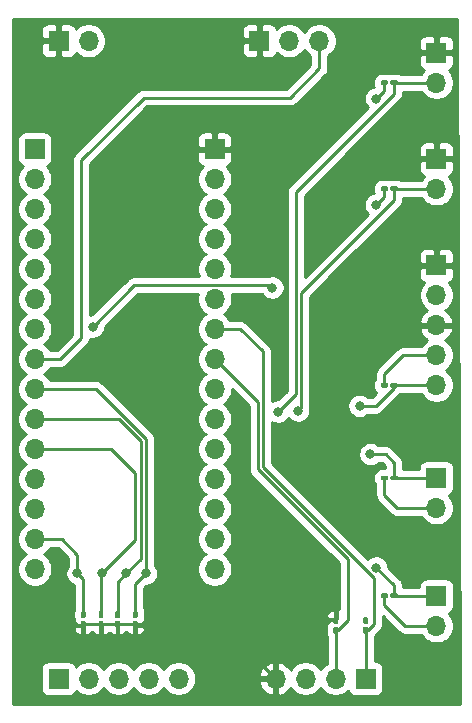
<source format=gbr>
%TF.GenerationSoftware,KiCad,Pcbnew,5.1.7-a382d34a8~88~ubuntu18.04.1*%
%TF.CreationDate,2021-02-15T16:22:20+09:00*%
%TF.ProjectId,atmega328p,61746d65-6761-4333-9238-702e6b696361,rev?*%
%TF.SameCoordinates,Original*%
%TF.FileFunction,Copper,L1,Top*%
%TF.FilePolarity,Positive*%
%FSLAX46Y46*%
G04 Gerber Fmt 4.6, Leading zero omitted, Abs format (unit mm)*
G04 Created by KiCad (PCBNEW 5.1.7-a382d34a8~88~ubuntu18.04.1) date 2021-02-15 16:22:20*
%MOMM*%
%LPD*%
G01*
G04 APERTURE LIST*
%TA.AperFunction,ComponentPad*%
%ADD10R,1.700000X1.700000*%
%TD*%
%TA.AperFunction,ComponentPad*%
%ADD11O,1.700000X1.700000*%
%TD*%
%TA.AperFunction,ViaPad*%
%ADD12C,0.800000*%
%TD*%
%TA.AperFunction,Conductor*%
%ADD13C,0.250000*%
%TD*%
%TA.AperFunction,Conductor*%
%ADD14C,0.254000*%
%TD*%
%TA.AperFunction,Conductor*%
%ADD15C,0.100000*%
%TD*%
G04 APERTURE END LIST*
D10*
%TO.P,J1,1*%
%TO.N,Net-(J1-Pad1)*%
X63000000Y-52160000D03*
D11*
%TO.P,J1,2*%
%TO.N,Net-(J1-Pad2)*%
X63000000Y-54700000D03*
%TO.P,J1,3*%
%TO.N,Net-(J1-Pad3)*%
X63000000Y-57240000D03*
%TO.P,J1,4*%
%TO.N,Net-(J1-Pad4)*%
X63000000Y-59780000D03*
%TO.P,J1,5*%
%TO.N,/GP_SIG*%
X63000000Y-62320000D03*
%TO.P,J1,6*%
%TO.N,/OP_SIG*%
X63000000Y-64860000D03*
%TO.P,J1,7*%
%TO.N,/OUT_RSV1*%
X63000000Y-67400000D03*
%TO.P,J1,8*%
%TO.N,/HS_INPUT*%
X63000000Y-69940000D03*
%TO.P,J1,9*%
%TO.N,/BTN0*%
X63000000Y-72480000D03*
%TO.P,J1,10*%
%TO.N,/BTN1*%
X63000000Y-75020000D03*
%TO.P,J1,11*%
%TO.N,/BTN2*%
X63000000Y-77560000D03*
%TO.P,J1,12*%
%TO.N,/M_PWM*%
X63000000Y-80100000D03*
%TO.P,J1,13*%
%TO.N,/PWM_RSV*%
X63000000Y-82640000D03*
%TO.P,J1,14*%
%TO.N,/BTN3*%
X63000000Y-85180000D03*
%TO.P,J1,15*%
%TO.N,Net-(J1-Pad15)*%
X63000000Y-87720000D03*
%TD*%
D10*
%TO.P,J2,1*%
%TO.N,/5V*%
X65000000Y-43000000D03*
D11*
%TO.P,J2,2*%
%TO.N,GND*%
X67540000Y-43000000D03*
%TD*%
%TO.P,J3,15*%
%TO.N,Net-(J3-Pad15)*%
X78220000Y-87720000D03*
%TO.P,J3,14*%
%TO.N,Net-(J3-Pad14)*%
X78220000Y-85180000D03*
%TO.P,J3,13*%
%TO.N,Net-(J3-Pad13)*%
X78220000Y-82640000D03*
%TO.P,J3,12*%
%TO.N,/OT*%
X78220000Y-80100000D03*
%TO.P,J3,11*%
%TO.N,/RT*%
X78220000Y-77560000D03*
%TO.P,J3,10*%
%TO.N,Net-(J3-Pad10)*%
X78220000Y-75020000D03*
%TO.P,J3,9*%
%TO.N,Net-(J3-Pad9)*%
X78220000Y-72480000D03*
%TO.P,J3,8*%
%TO.N,/SDA*%
X78220000Y-69940000D03*
%TO.P,J3,7*%
%TO.N,/SCL*%
X78220000Y-67400000D03*
%TO.P,J3,6*%
%TO.N,Net-(J3-Pad6)*%
X78220000Y-64860000D03*
%TO.P,J3,5*%
%TO.N,Net-(J3-Pad5)*%
X78220000Y-62320000D03*
%TO.P,J3,4*%
%TO.N,Net-(J3-Pad4)*%
X78220000Y-59780000D03*
%TO.P,J3,3*%
%TO.N,Net-(J3-Pad3)*%
X78220000Y-57240000D03*
%TO.P,J3,2*%
%TO.N,GND*%
X78220000Y-54700000D03*
D10*
%TO.P,J3,1*%
%TO.N,/5V*%
X78220000Y-52160000D03*
%TD*%
%TO.P,J4,1*%
%TO.N,/5V*%
X82000000Y-43000000D03*
D11*
%TO.P,J4,2*%
%TO.N,GND*%
X84540000Y-43000000D03*
%TO.P,J4,3*%
%TO.N,/HS_INPUT*%
X87080000Y-43000000D03*
%TD*%
%TO.P,J5,2*%
%TO.N,/RT*%
X97000000Y-46540000D03*
D10*
%TO.P,J5,1*%
%TO.N,/5V*%
X97000000Y-44000000D03*
%TD*%
%TO.P,J6,1*%
%TO.N,/5V*%
X97000000Y-53000000D03*
D11*
%TO.P,J6,2*%
%TO.N,/OT*%
X97000000Y-55540000D03*
%TD*%
D10*
%TO.P,J7,1*%
%TO.N,/5V*%
X97000000Y-62000000D03*
D11*
%TO.P,J7,2*%
%TO.N,GND*%
X97000000Y-64540000D03*
%TO.P,J7,3*%
%TO.N,/5V*%
X97000000Y-67080000D03*
%TO.P,J7,4*%
%TO.N,GND*%
X97000000Y-69620000D03*
%TO.P,J7,5*%
%TO.N,/M_PWM*%
X97000000Y-72160000D03*
%TD*%
D10*
%TO.P,J8,1*%
%TO.N,/GP_SIG*%
X97000000Y-80000000D03*
D11*
%TO.P,J8,2*%
%TO.N,GND*%
X97000000Y-82540000D03*
%TD*%
%TO.P,J9,2*%
%TO.N,GND*%
X97000000Y-92540000D03*
D10*
%TO.P,J9,1*%
%TO.N,/OP_SIG*%
X97000000Y-90000000D03*
%TD*%
%TO.P,R1,2*%
%TO.N,GND*%
%TA.AperFunction,SMDPad,CuDef*%
G36*
G01*
X92910000Y-79910000D02*
X92910000Y-80110000D01*
G75*
G02*
X92810000Y-80210000I-100000J0D01*
G01*
X92375000Y-80210000D01*
G75*
G02*
X92275000Y-80110000I0J100000D01*
G01*
X92275000Y-79910000D01*
G75*
G02*
X92375000Y-79810000I100000J0D01*
G01*
X92810000Y-79810000D01*
G75*
G02*
X92910000Y-79910000I0J-100000D01*
G01*
G37*
%TD.AperFunction*%
%TO.P,R1,1*%
%TO.N,/GP_SIG*%
%TA.AperFunction,SMDPad,CuDef*%
G36*
G01*
X93725000Y-79910000D02*
X93725000Y-80110000D01*
G75*
G02*
X93625000Y-80210000I-100000J0D01*
G01*
X93190000Y-80210000D01*
G75*
G02*
X93090000Y-80110000I0J100000D01*
G01*
X93090000Y-79910000D01*
G75*
G02*
X93190000Y-79810000I100000J0D01*
G01*
X93625000Y-79810000D01*
G75*
G02*
X93725000Y-79910000I0J-100000D01*
G01*
G37*
%TD.AperFunction*%
%TD*%
%TO.P,R2,1*%
%TO.N,/OP_SIG*%
%TA.AperFunction,SMDPad,CuDef*%
G36*
G01*
X93725000Y-89890000D02*
X93725000Y-90090000D01*
G75*
G02*
X93625000Y-90190000I-100000J0D01*
G01*
X93190000Y-90190000D01*
G75*
G02*
X93090000Y-90090000I0J100000D01*
G01*
X93090000Y-89890000D01*
G75*
G02*
X93190000Y-89790000I100000J0D01*
G01*
X93625000Y-89790000D01*
G75*
G02*
X93725000Y-89890000I0J-100000D01*
G01*
G37*
%TD.AperFunction*%
%TO.P,R2,2*%
%TO.N,GND*%
%TA.AperFunction,SMDPad,CuDef*%
G36*
G01*
X92910000Y-89890000D02*
X92910000Y-90090000D01*
G75*
G02*
X92810000Y-90190000I-100000J0D01*
G01*
X92375000Y-90190000D01*
G75*
G02*
X92275000Y-90090000I0J100000D01*
G01*
X92275000Y-89890000D01*
G75*
G02*
X92375000Y-89790000I100000J0D01*
G01*
X92810000Y-89790000D01*
G75*
G02*
X92910000Y-89890000I0J-100000D01*
G01*
G37*
%TD.AperFunction*%
%TD*%
%TO.P,R3,2*%
%TO.N,GND*%
%TA.AperFunction,SMDPad,CuDef*%
G36*
G01*
X92910000Y-46440000D02*
X92910000Y-46640000D01*
G75*
G02*
X92810000Y-46740000I-100000J0D01*
G01*
X92375000Y-46740000D01*
G75*
G02*
X92275000Y-46640000I0J100000D01*
G01*
X92275000Y-46440000D01*
G75*
G02*
X92375000Y-46340000I100000J0D01*
G01*
X92810000Y-46340000D01*
G75*
G02*
X92910000Y-46440000I0J-100000D01*
G01*
G37*
%TD.AperFunction*%
%TO.P,R3,1*%
%TO.N,/RT*%
%TA.AperFunction,SMDPad,CuDef*%
G36*
G01*
X93725000Y-46440000D02*
X93725000Y-46640000D01*
G75*
G02*
X93625000Y-46740000I-100000J0D01*
G01*
X93190000Y-46740000D01*
G75*
G02*
X93090000Y-46640000I0J100000D01*
G01*
X93090000Y-46440000D01*
G75*
G02*
X93190000Y-46340000I100000J0D01*
G01*
X93625000Y-46340000D01*
G75*
G02*
X93725000Y-46440000I0J-100000D01*
G01*
G37*
%TD.AperFunction*%
%TD*%
%TO.P,R4,1*%
%TO.N,/OT*%
%TA.AperFunction,SMDPad,CuDef*%
G36*
G01*
X93725000Y-55420000D02*
X93725000Y-55620000D01*
G75*
G02*
X93625000Y-55720000I-100000J0D01*
G01*
X93190000Y-55720000D01*
G75*
G02*
X93090000Y-55620000I0J100000D01*
G01*
X93090000Y-55420000D01*
G75*
G02*
X93190000Y-55320000I100000J0D01*
G01*
X93625000Y-55320000D01*
G75*
G02*
X93725000Y-55420000I0J-100000D01*
G01*
G37*
%TD.AperFunction*%
%TO.P,R4,2*%
%TO.N,GND*%
%TA.AperFunction,SMDPad,CuDef*%
G36*
G01*
X92910000Y-55420000D02*
X92910000Y-55620000D01*
G75*
G02*
X92810000Y-55720000I-100000J0D01*
G01*
X92375000Y-55720000D01*
G75*
G02*
X92275000Y-55620000I0J100000D01*
G01*
X92275000Y-55420000D01*
G75*
G02*
X92375000Y-55320000I100000J0D01*
G01*
X92810000Y-55320000D01*
G75*
G02*
X92910000Y-55420000I0J-100000D01*
G01*
G37*
%TD.AperFunction*%
%TD*%
%TO.P,R5,1*%
%TO.N,/M_PWM*%
%TA.AperFunction,SMDPad,CuDef*%
G36*
G01*
X93725000Y-72060000D02*
X93725000Y-72260000D01*
G75*
G02*
X93625000Y-72360000I-100000J0D01*
G01*
X93190000Y-72360000D01*
G75*
G02*
X93090000Y-72260000I0J100000D01*
G01*
X93090000Y-72060000D01*
G75*
G02*
X93190000Y-71960000I100000J0D01*
G01*
X93625000Y-71960000D01*
G75*
G02*
X93725000Y-72060000I0J-100000D01*
G01*
G37*
%TD.AperFunction*%
%TO.P,R5,2*%
%TO.N,GND*%
%TA.AperFunction,SMDPad,CuDef*%
G36*
G01*
X92910000Y-72060000D02*
X92910000Y-72260000D01*
G75*
G02*
X92810000Y-72360000I-100000J0D01*
G01*
X92375000Y-72360000D01*
G75*
G02*
X92275000Y-72260000I0J100000D01*
G01*
X92275000Y-72060000D01*
G75*
G02*
X92375000Y-71960000I100000J0D01*
G01*
X92810000Y-71960000D01*
G75*
G02*
X92910000Y-72060000I0J-100000D01*
G01*
G37*
%TD.AperFunction*%
%TD*%
%TO.P,J10,1*%
%TO.N,GND*%
X65000000Y-97000000D03*
D11*
%TO.P,J10,2*%
%TO.N,/BTN3*%
X67540000Y-97000000D03*
%TO.P,J10,3*%
%TO.N,/BTN2*%
X70080000Y-97000000D03*
%TO.P,J10,4*%
%TO.N,/BTN1*%
X72620000Y-97000000D03*
%TO.P,J10,5*%
%TO.N,/BTN0*%
X75160000Y-97000000D03*
%TD*%
D10*
%TO.P,J11,1*%
%TO.N,/SCL*%
X91000000Y-97000000D03*
D11*
%TO.P,J11,2*%
%TO.N,/SDA*%
X88460000Y-97000000D03*
%TO.P,J11,3*%
%TO.N,GND*%
X85920000Y-97000000D03*
%TO.P,J11,4*%
%TO.N,/5V*%
X83380000Y-97000000D03*
%TD*%
%TO.P,R6,1*%
%TO.N,/BTN3*%
%TA.AperFunction,SMDPad,CuDef*%
G36*
G01*
X67000000Y-91275000D02*
X67200000Y-91275000D01*
G75*
G02*
X67300000Y-91375000I0J-100000D01*
G01*
X67300000Y-91810000D01*
G75*
G02*
X67200000Y-91910000I-100000J0D01*
G01*
X67000000Y-91910000D01*
G75*
G02*
X66900000Y-91810000I0J100000D01*
G01*
X66900000Y-91375000D01*
G75*
G02*
X67000000Y-91275000I100000J0D01*
G01*
G37*
%TD.AperFunction*%
%TO.P,R6,2*%
%TO.N,/5V*%
%TA.AperFunction,SMDPad,CuDef*%
G36*
G01*
X67000000Y-92090000D02*
X67200000Y-92090000D01*
G75*
G02*
X67300000Y-92190000I0J-100000D01*
G01*
X67300000Y-92625000D01*
G75*
G02*
X67200000Y-92725000I-100000J0D01*
G01*
X67000000Y-92725000D01*
G75*
G02*
X66900000Y-92625000I0J100000D01*
G01*
X66900000Y-92190000D01*
G75*
G02*
X67000000Y-92090000I100000J0D01*
G01*
G37*
%TD.AperFunction*%
%TD*%
%TO.P,R7,2*%
%TO.N,/5V*%
%TA.AperFunction,SMDPad,CuDef*%
G36*
G01*
X68500000Y-92090000D02*
X68700000Y-92090000D01*
G75*
G02*
X68800000Y-92190000I0J-100000D01*
G01*
X68800000Y-92625000D01*
G75*
G02*
X68700000Y-92725000I-100000J0D01*
G01*
X68500000Y-92725000D01*
G75*
G02*
X68400000Y-92625000I0J100000D01*
G01*
X68400000Y-92190000D01*
G75*
G02*
X68500000Y-92090000I100000J0D01*
G01*
G37*
%TD.AperFunction*%
%TO.P,R7,1*%
%TO.N,/BTN2*%
%TA.AperFunction,SMDPad,CuDef*%
G36*
G01*
X68500000Y-91275000D02*
X68700000Y-91275000D01*
G75*
G02*
X68800000Y-91375000I0J-100000D01*
G01*
X68800000Y-91810000D01*
G75*
G02*
X68700000Y-91910000I-100000J0D01*
G01*
X68500000Y-91910000D01*
G75*
G02*
X68400000Y-91810000I0J100000D01*
G01*
X68400000Y-91375000D01*
G75*
G02*
X68500000Y-91275000I100000J0D01*
G01*
G37*
%TD.AperFunction*%
%TD*%
%TO.P,R8,1*%
%TO.N,/BTN1*%
%TA.AperFunction,SMDPad,CuDef*%
G36*
G01*
X69900000Y-91275000D02*
X70100000Y-91275000D01*
G75*
G02*
X70200000Y-91375000I0J-100000D01*
G01*
X70200000Y-91810000D01*
G75*
G02*
X70100000Y-91910000I-100000J0D01*
G01*
X69900000Y-91910000D01*
G75*
G02*
X69800000Y-91810000I0J100000D01*
G01*
X69800000Y-91375000D01*
G75*
G02*
X69900000Y-91275000I100000J0D01*
G01*
G37*
%TD.AperFunction*%
%TO.P,R8,2*%
%TO.N,/5V*%
%TA.AperFunction,SMDPad,CuDef*%
G36*
G01*
X69900000Y-92090000D02*
X70100000Y-92090000D01*
G75*
G02*
X70200000Y-92190000I0J-100000D01*
G01*
X70200000Y-92625000D01*
G75*
G02*
X70100000Y-92725000I-100000J0D01*
G01*
X69900000Y-92725000D01*
G75*
G02*
X69800000Y-92625000I0J100000D01*
G01*
X69800000Y-92190000D01*
G75*
G02*
X69900000Y-92090000I100000J0D01*
G01*
G37*
%TD.AperFunction*%
%TD*%
%TO.P,R9,2*%
%TO.N,/5V*%
%TA.AperFunction,SMDPad,CuDef*%
G36*
G01*
X71400000Y-92090000D02*
X71600000Y-92090000D01*
G75*
G02*
X71700000Y-92190000I0J-100000D01*
G01*
X71700000Y-92625000D01*
G75*
G02*
X71600000Y-92725000I-100000J0D01*
G01*
X71400000Y-92725000D01*
G75*
G02*
X71300000Y-92625000I0J100000D01*
G01*
X71300000Y-92190000D01*
G75*
G02*
X71400000Y-92090000I100000J0D01*
G01*
G37*
%TD.AperFunction*%
%TO.P,R9,1*%
%TO.N,/BTN0*%
%TA.AperFunction,SMDPad,CuDef*%
G36*
G01*
X71400000Y-91275000D02*
X71600000Y-91275000D01*
G75*
G02*
X71700000Y-91375000I0J-100000D01*
G01*
X71700000Y-91810000D01*
G75*
G02*
X71600000Y-91910000I-100000J0D01*
G01*
X71400000Y-91910000D01*
G75*
G02*
X71300000Y-91810000I0J100000D01*
G01*
X71300000Y-91375000D01*
G75*
G02*
X71400000Y-91275000I100000J0D01*
G01*
G37*
%TD.AperFunction*%
%TD*%
%TO.P,R10,1*%
%TO.N,/5V*%
%TA.AperFunction,SMDPad,CuDef*%
G36*
G01*
X88370000Y-91775000D02*
X88570000Y-91775000D01*
G75*
G02*
X88670000Y-91875000I0J-100000D01*
G01*
X88670000Y-92310000D01*
G75*
G02*
X88570000Y-92410000I-100000J0D01*
G01*
X88370000Y-92410000D01*
G75*
G02*
X88270000Y-92310000I0J100000D01*
G01*
X88270000Y-91875000D01*
G75*
G02*
X88370000Y-91775000I100000J0D01*
G01*
G37*
%TD.AperFunction*%
%TO.P,R10,2*%
%TO.N,/SDA*%
%TA.AperFunction,SMDPad,CuDef*%
G36*
G01*
X88370000Y-92590000D02*
X88570000Y-92590000D01*
G75*
G02*
X88670000Y-92690000I0J-100000D01*
G01*
X88670000Y-93125000D01*
G75*
G02*
X88570000Y-93225000I-100000J0D01*
G01*
X88370000Y-93225000D01*
G75*
G02*
X88270000Y-93125000I0J100000D01*
G01*
X88270000Y-92690000D01*
G75*
G02*
X88370000Y-92590000I100000J0D01*
G01*
G37*
%TD.AperFunction*%
%TD*%
%TO.P,R11,2*%
%TO.N,/SCL*%
%TA.AperFunction,SMDPad,CuDef*%
G36*
G01*
X90900000Y-92590000D02*
X91100000Y-92590000D01*
G75*
G02*
X91200000Y-92690000I0J-100000D01*
G01*
X91200000Y-93125000D01*
G75*
G02*
X91100000Y-93225000I-100000J0D01*
G01*
X90900000Y-93225000D01*
G75*
G02*
X90800000Y-93125000I0J100000D01*
G01*
X90800000Y-92690000D01*
G75*
G02*
X90900000Y-92590000I100000J0D01*
G01*
G37*
%TD.AperFunction*%
%TO.P,R11,1*%
%TO.N,/5V*%
%TA.AperFunction,SMDPad,CuDef*%
G36*
G01*
X90900000Y-91775000D02*
X91100000Y-91775000D01*
G75*
G02*
X91200000Y-91875000I0J-100000D01*
G01*
X91200000Y-92310000D01*
G75*
G02*
X91100000Y-92410000I-100000J0D01*
G01*
X90900000Y-92410000D01*
G75*
G02*
X90800000Y-92310000I0J100000D01*
G01*
X90800000Y-91875000D01*
G75*
G02*
X90900000Y-91775000I100000J0D01*
G01*
G37*
%TD.AperFunction*%
%TD*%
D12*
%TO.N,/GP_SIG*%
X91400000Y-78000000D03*
%TO.N,/OP_SIG*%
X91900000Y-87600000D03*
%TO.N,/M_PWM*%
X67900000Y-67200000D03*
X83100000Y-63900000D03*
X90500000Y-73900000D03*
%TO.N,GND*%
X91900000Y-47900000D03*
X91900000Y-56900000D03*
%TO.N,/OT*%
X85300000Y-74300000D03*
%TO.N,/RT*%
X83600000Y-74400000D03*
%TO.N,/BTN0*%
X72400000Y-88100000D03*
%TO.N,/BTN1*%
X70700000Y-88100000D03*
%TO.N,/BTN2*%
X68700000Y-88100000D03*
%TO.N,/BTN3*%
X66600000Y-88100000D03*
%TD*%
D13*
%TO.N,/GP_SIG*%
X93417500Y-80000000D02*
X93407500Y-80010000D01*
X97000000Y-80000000D02*
X93417500Y-80000000D01*
X91400000Y-78000000D02*
X92700000Y-78000000D01*
X93407500Y-78707500D02*
X93407500Y-80010000D01*
X92700000Y-78000000D02*
X93407500Y-78707500D01*
%TO.N,/OP_SIG*%
X93417500Y-90000000D02*
X93407500Y-89990000D01*
X97000000Y-90000000D02*
X93417500Y-90000000D01*
X93407500Y-89107500D02*
X91900000Y-87600000D01*
X93407500Y-89990000D02*
X93407500Y-89107500D01*
%TO.N,/HS_INPUT*%
X87080000Y-43000000D02*
X87080000Y-45320000D01*
X87080000Y-45320000D02*
X84600000Y-47800000D01*
X84600000Y-47800000D02*
X72200000Y-47800000D01*
X72200000Y-47800000D02*
X66900000Y-53100000D01*
X66900000Y-53100000D02*
X66900000Y-68200000D01*
X65160000Y-69940000D02*
X63000000Y-69940000D01*
X66900000Y-68200000D02*
X65160000Y-69940000D01*
%TO.N,/M_PWM*%
X97000000Y-72160000D02*
X93407500Y-72160000D01*
X71415001Y-63684999D02*
X82884999Y-63684999D01*
X67900000Y-67200000D02*
X71415001Y-63684999D01*
X82884999Y-63684999D02*
X83100000Y-63900000D01*
X91867500Y-73900000D02*
X90500000Y-73900000D01*
X93407500Y-72360000D02*
X91867500Y-73900000D01*
X93407500Y-72160000D02*
X93407500Y-72360000D01*
%TO.N,GND*%
X92592500Y-72160000D02*
X92592500Y-71207500D01*
X94180000Y-69620000D02*
X97000000Y-69620000D01*
X92592500Y-71207500D02*
X94180000Y-69620000D01*
X92592500Y-80010000D02*
X92592500Y-81492500D01*
X93640000Y-82540000D02*
X97000000Y-82540000D01*
X92592500Y-81492500D02*
X93640000Y-82540000D01*
X92592500Y-89990000D02*
X92592500Y-90792500D01*
X94340000Y-92540000D02*
X97000000Y-92540000D01*
X92592500Y-90792500D02*
X94340000Y-92540000D01*
X92592500Y-46540000D02*
X92592500Y-47207500D01*
X92592500Y-47207500D02*
X91900000Y-47900000D01*
X92592500Y-55520000D02*
X92592500Y-56207500D01*
X92592500Y-56207500D02*
X91900000Y-56900000D01*
%TO.N,/OT*%
X93427500Y-55540000D02*
X93407500Y-55520000D01*
X97000000Y-55540000D02*
X93427500Y-55540000D01*
X93407500Y-56465502D02*
X85523012Y-64349990D01*
X93407500Y-55520000D02*
X93407500Y-56465502D01*
X85523012Y-64349990D02*
X85523012Y-73176988D01*
X85523012Y-73176988D02*
X85523012Y-74076988D01*
X85523012Y-74076988D02*
X85300000Y-74300000D01*
%TO.N,/RT*%
X97000000Y-46540000D02*
X93407500Y-46540000D01*
X93407500Y-47465502D02*
X85073002Y-55800000D01*
X93407500Y-46540000D02*
X93407500Y-47465502D01*
X85073002Y-55800000D02*
X85073002Y-68626998D01*
X85073002Y-68626998D02*
X85073002Y-72826998D01*
X85073002Y-72826998D02*
X85073002Y-72926998D01*
X85073002Y-72926998D02*
X83600000Y-74400000D01*
%TO.N,/5V*%
X67100000Y-92407500D02*
X68600000Y-92407500D01*
X68600000Y-92407500D02*
X70000000Y-92407500D01*
X70000000Y-92407500D02*
X71500000Y-92407500D01*
X78787500Y-92407500D02*
X83380000Y-97000000D01*
X71500000Y-92407500D02*
X78787500Y-92407500D01*
%TO.N,/BTN0*%
X63000000Y-72480000D02*
X68180000Y-72480000D01*
X68180000Y-72480000D02*
X72400000Y-76700000D01*
X72400000Y-76700000D02*
X72400000Y-88100000D01*
X71500000Y-89000000D02*
X72400000Y-88100000D01*
X71500000Y-91592500D02*
X71500000Y-89000000D01*
%TO.N,/BTN1*%
X63000000Y-75020000D02*
X70083590Y-75020000D01*
X70083590Y-75020000D02*
X71949990Y-76886400D01*
X71949990Y-76886400D02*
X71949990Y-86250010D01*
X71949990Y-86250010D02*
X71949990Y-86750010D01*
X71949990Y-86750010D02*
X71949990Y-86850010D01*
X71949990Y-86850010D02*
X70700000Y-88100000D01*
X70000000Y-88800000D02*
X70700000Y-88100000D01*
X70000000Y-91592500D02*
X70000000Y-88800000D01*
%TO.N,/BTN2*%
X63000000Y-77560000D02*
X69459980Y-77560000D01*
X69459980Y-77560000D02*
X71499980Y-79600000D01*
X71499980Y-79600000D02*
X71499980Y-85300020D01*
X71499980Y-85300020D02*
X68700000Y-88100000D01*
X68600000Y-88200000D02*
X68700000Y-88100000D01*
X68600000Y-91592500D02*
X68600000Y-88200000D01*
%TO.N,/BTN3*%
X63000000Y-85180000D02*
X65280000Y-85180000D01*
X65280000Y-85180000D02*
X66600000Y-86500000D01*
X66600000Y-86500000D02*
X66600000Y-88100000D01*
X67100000Y-88600000D02*
X66600000Y-88100000D01*
X67100000Y-91592500D02*
X67100000Y-88600000D01*
%TO.N,/SDA*%
X88460000Y-92917500D02*
X88470000Y-92907500D01*
X88460000Y-97000000D02*
X88460000Y-92917500D01*
X81849991Y-73569991D02*
X81849991Y-79259403D01*
X78220000Y-69940000D02*
X81849991Y-73569991D01*
X81849991Y-79259403D02*
X89500000Y-86909412D01*
X88670000Y-92907500D02*
X88470000Y-92907500D01*
X89500000Y-92077500D02*
X88670000Y-92907500D01*
X89500000Y-86909412D02*
X89500000Y-92077500D01*
%TO.N,/SCL*%
X91000000Y-97000000D02*
X91000000Y-92907500D01*
X91200000Y-92907500D02*
X91700000Y-92407500D01*
X91000000Y-92907500D02*
X91200000Y-92907500D01*
X91700000Y-88473002D02*
X82300000Y-79073002D01*
X91700000Y-92407500D02*
X91700000Y-88473002D01*
X82300000Y-79073002D02*
X82300000Y-69300000D01*
X80400000Y-67400000D02*
X78220000Y-67400000D01*
X82300000Y-69300000D02*
X80400000Y-67400000D01*
%TD*%
D14*
%TO.N,/5V*%
X98972564Y-99173000D02*
X61127000Y-99173000D01*
X61127000Y-96150000D01*
X63511928Y-96150000D01*
X63511928Y-97850000D01*
X63524188Y-97974482D01*
X63560498Y-98094180D01*
X63619463Y-98204494D01*
X63698815Y-98301185D01*
X63795506Y-98380537D01*
X63905820Y-98439502D01*
X64025518Y-98475812D01*
X64150000Y-98488072D01*
X65850000Y-98488072D01*
X65974482Y-98475812D01*
X66094180Y-98439502D01*
X66204494Y-98380537D01*
X66301185Y-98301185D01*
X66380537Y-98204494D01*
X66439502Y-98094180D01*
X66461513Y-98021620D01*
X66593368Y-98153475D01*
X66836589Y-98315990D01*
X67106842Y-98427932D01*
X67393740Y-98485000D01*
X67686260Y-98485000D01*
X67973158Y-98427932D01*
X68243411Y-98315990D01*
X68486632Y-98153475D01*
X68693475Y-97946632D01*
X68810000Y-97772240D01*
X68926525Y-97946632D01*
X69133368Y-98153475D01*
X69376589Y-98315990D01*
X69646842Y-98427932D01*
X69933740Y-98485000D01*
X70226260Y-98485000D01*
X70513158Y-98427932D01*
X70783411Y-98315990D01*
X71026632Y-98153475D01*
X71233475Y-97946632D01*
X71350000Y-97772240D01*
X71466525Y-97946632D01*
X71673368Y-98153475D01*
X71916589Y-98315990D01*
X72186842Y-98427932D01*
X72473740Y-98485000D01*
X72766260Y-98485000D01*
X73053158Y-98427932D01*
X73323411Y-98315990D01*
X73566632Y-98153475D01*
X73773475Y-97946632D01*
X73890000Y-97772240D01*
X74006525Y-97946632D01*
X74213368Y-98153475D01*
X74456589Y-98315990D01*
X74726842Y-98427932D01*
X75013740Y-98485000D01*
X75306260Y-98485000D01*
X75593158Y-98427932D01*
X75863411Y-98315990D01*
X76106632Y-98153475D01*
X76313475Y-97946632D01*
X76475990Y-97703411D01*
X76587932Y-97433158D01*
X76603102Y-97356891D01*
X81938519Y-97356891D01*
X82035843Y-97631252D01*
X82184822Y-97881355D01*
X82379731Y-98097588D01*
X82613080Y-98271641D01*
X82875901Y-98396825D01*
X83023110Y-98441476D01*
X83253000Y-98320155D01*
X83253000Y-97127000D01*
X82059186Y-97127000D01*
X81938519Y-97356891D01*
X76603102Y-97356891D01*
X76645000Y-97146260D01*
X76645000Y-96853740D01*
X76603103Y-96643109D01*
X81938519Y-96643109D01*
X82059186Y-96873000D01*
X83253000Y-96873000D01*
X83253000Y-95679845D01*
X83023110Y-95558524D01*
X82875901Y-95603175D01*
X82613080Y-95728359D01*
X82379731Y-95902412D01*
X82184822Y-96118645D01*
X82035843Y-96368748D01*
X81938519Y-96643109D01*
X76603103Y-96643109D01*
X76587932Y-96566842D01*
X76475990Y-96296589D01*
X76313475Y-96053368D01*
X76106632Y-95846525D01*
X75863411Y-95684010D01*
X75593158Y-95572068D01*
X75306260Y-95515000D01*
X75013740Y-95515000D01*
X74726842Y-95572068D01*
X74456589Y-95684010D01*
X74213368Y-95846525D01*
X74006525Y-96053368D01*
X73890000Y-96227760D01*
X73773475Y-96053368D01*
X73566632Y-95846525D01*
X73323411Y-95684010D01*
X73053158Y-95572068D01*
X72766260Y-95515000D01*
X72473740Y-95515000D01*
X72186842Y-95572068D01*
X71916589Y-95684010D01*
X71673368Y-95846525D01*
X71466525Y-96053368D01*
X71350000Y-96227760D01*
X71233475Y-96053368D01*
X71026632Y-95846525D01*
X70783411Y-95684010D01*
X70513158Y-95572068D01*
X70226260Y-95515000D01*
X69933740Y-95515000D01*
X69646842Y-95572068D01*
X69376589Y-95684010D01*
X69133368Y-95846525D01*
X68926525Y-96053368D01*
X68810000Y-96227760D01*
X68693475Y-96053368D01*
X68486632Y-95846525D01*
X68243411Y-95684010D01*
X67973158Y-95572068D01*
X67686260Y-95515000D01*
X67393740Y-95515000D01*
X67106842Y-95572068D01*
X66836589Y-95684010D01*
X66593368Y-95846525D01*
X66461513Y-95978380D01*
X66439502Y-95905820D01*
X66380537Y-95795506D01*
X66301185Y-95698815D01*
X66204494Y-95619463D01*
X66094180Y-95560498D01*
X65974482Y-95524188D01*
X65850000Y-95511928D01*
X64150000Y-95511928D01*
X64025518Y-95524188D01*
X63905820Y-95560498D01*
X63795506Y-95619463D01*
X63698815Y-95698815D01*
X63619463Y-95795506D01*
X63560498Y-95905820D01*
X63524188Y-96025518D01*
X63511928Y-96150000D01*
X61127000Y-96150000D01*
X61127000Y-51310000D01*
X61511928Y-51310000D01*
X61511928Y-53010000D01*
X61524188Y-53134482D01*
X61560498Y-53254180D01*
X61619463Y-53364494D01*
X61698815Y-53461185D01*
X61795506Y-53540537D01*
X61905820Y-53599502D01*
X61978380Y-53621513D01*
X61846525Y-53753368D01*
X61684010Y-53996589D01*
X61572068Y-54266842D01*
X61515000Y-54553740D01*
X61515000Y-54846260D01*
X61572068Y-55133158D01*
X61684010Y-55403411D01*
X61846525Y-55646632D01*
X62053368Y-55853475D01*
X62227760Y-55970000D01*
X62053368Y-56086525D01*
X61846525Y-56293368D01*
X61684010Y-56536589D01*
X61572068Y-56806842D01*
X61515000Y-57093740D01*
X61515000Y-57386260D01*
X61572068Y-57673158D01*
X61684010Y-57943411D01*
X61846525Y-58186632D01*
X62053368Y-58393475D01*
X62227760Y-58510000D01*
X62053368Y-58626525D01*
X61846525Y-58833368D01*
X61684010Y-59076589D01*
X61572068Y-59346842D01*
X61515000Y-59633740D01*
X61515000Y-59926260D01*
X61572068Y-60213158D01*
X61684010Y-60483411D01*
X61846525Y-60726632D01*
X62053368Y-60933475D01*
X62227760Y-61050000D01*
X62053368Y-61166525D01*
X61846525Y-61373368D01*
X61684010Y-61616589D01*
X61572068Y-61886842D01*
X61515000Y-62173740D01*
X61515000Y-62466260D01*
X61572068Y-62753158D01*
X61684010Y-63023411D01*
X61846525Y-63266632D01*
X62053368Y-63473475D01*
X62227760Y-63590000D01*
X62053368Y-63706525D01*
X61846525Y-63913368D01*
X61684010Y-64156589D01*
X61572068Y-64426842D01*
X61515000Y-64713740D01*
X61515000Y-65006260D01*
X61572068Y-65293158D01*
X61684010Y-65563411D01*
X61846525Y-65806632D01*
X62053368Y-66013475D01*
X62227760Y-66130000D01*
X62053368Y-66246525D01*
X61846525Y-66453368D01*
X61684010Y-66696589D01*
X61572068Y-66966842D01*
X61515000Y-67253740D01*
X61515000Y-67546260D01*
X61572068Y-67833158D01*
X61684010Y-68103411D01*
X61846525Y-68346632D01*
X62053368Y-68553475D01*
X62227760Y-68670000D01*
X62053368Y-68786525D01*
X61846525Y-68993368D01*
X61684010Y-69236589D01*
X61572068Y-69506842D01*
X61515000Y-69793740D01*
X61515000Y-70086260D01*
X61572068Y-70373158D01*
X61684010Y-70643411D01*
X61846525Y-70886632D01*
X62053368Y-71093475D01*
X62227760Y-71210000D01*
X62053368Y-71326525D01*
X61846525Y-71533368D01*
X61684010Y-71776589D01*
X61572068Y-72046842D01*
X61515000Y-72333740D01*
X61515000Y-72626260D01*
X61572068Y-72913158D01*
X61684010Y-73183411D01*
X61846525Y-73426632D01*
X62053368Y-73633475D01*
X62227760Y-73750000D01*
X62053368Y-73866525D01*
X61846525Y-74073368D01*
X61684010Y-74316589D01*
X61572068Y-74586842D01*
X61515000Y-74873740D01*
X61515000Y-75166260D01*
X61572068Y-75453158D01*
X61684010Y-75723411D01*
X61846525Y-75966632D01*
X62053368Y-76173475D01*
X62227760Y-76290000D01*
X62053368Y-76406525D01*
X61846525Y-76613368D01*
X61684010Y-76856589D01*
X61572068Y-77126842D01*
X61515000Y-77413740D01*
X61515000Y-77706260D01*
X61572068Y-77993158D01*
X61684010Y-78263411D01*
X61846525Y-78506632D01*
X62053368Y-78713475D01*
X62227760Y-78830000D01*
X62053368Y-78946525D01*
X61846525Y-79153368D01*
X61684010Y-79396589D01*
X61572068Y-79666842D01*
X61515000Y-79953740D01*
X61515000Y-80246260D01*
X61572068Y-80533158D01*
X61684010Y-80803411D01*
X61846525Y-81046632D01*
X62053368Y-81253475D01*
X62227760Y-81370000D01*
X62053368Y-81486525D01*
X61846525Y-81693368D01*
X61684010Y-81936589D01*
X61572068Y-82206842D01*
X61515000Y-82493740D01*
X61515000Y-82786260D01*
X61572068Y-83073158D01*
X61684010Y-83343411D01*
X61846525Y-83586632D01*
X62053368Y-83793475D01*
X62227760Y-83910000D01*
X62053368Y-84026525D01*
X61846525Y-84233368D01*
X61684010Y-84476589D01*
X61572068Y-84746842D01*
X61515000Y-85033740D01*
X61515000Y-85326260D01*
X61572068Y-85613158D01*
X61684010Y-85883411D01*
X61846525Y-86126632D01*
X62053368Y-86333475D01*
X62227760Y-86450000D01*
X62053368Y-86566525D01*
X61846525Y-86773368D01*
X61684010Y-87016589D01*
X61572068Y-87286842D01*
X61515000Y-87573740D01*
X61515000Y-87866260D01*
X61572068Y-88153158D01*
X61684010Y-88423411D01*
X61846525Y-88666632D01*
X62053368Y-88873475D01*
X62296589Y-89035990D01*
X62566842Y-89147932D01*
X62853740Y-89205000D01*
X63146260Y-89205000D01*
X63433158Y-89147932D01*
X63703411Y-89035990D01*
X63946632Y-88873475D01*
X64153475Y-88666632D01*
X64315990Y-88423411D01*
X64427932Y-88153158D01*
X64485000Y-87866260D01*
X64485000Y-87573740D01*
X64427932Y-87286842D01*
X64315990Y-87016589D01*
X64153475Y-86773368D01*
X63946632Y-86566525D01*
X63772240Y-86450000D01*
X63946632Y-86333475D01*
X64153475Y-86126632D01*
X64278178Y-85940000D01*
X64965199Y-85940000D01*
X65840000Y-86814802D01*
X65840001Y-87396288D01*
X65796063Y-87440226D01*
X65682795Y-87609744D01*
X65604774Y-87798102D01*
X65565000Y-87998061D01*
X65565000Y-88201939D01*
X65604774Y-88401898D01*
X65682795Y-88590256D01*
X65796063Y-88759774D01*
X65940226Y-88903937D01*
X66109744Y-89017205D01*
X66298102Y-89095226D01*
X66340001Y-89103560D01*
X66340000Y-91051599D01*
X66318110Y-91092552D01*
X66276110Y-91231009D01*
X66261928Y-91375000D01*
X66261928Y-91810000D01*
X66276110Y-91953991D01*
X66277512Y-91958613D01*
X66271273Y-91981198D01*
X66262127Y-92105947D01*
X66265000Y-92121750D01*
X66423750Y-92280500D01*
X66435925Y-92280500D01*
X66478104Y-92331896D01*
X66589949Y-92423684D01*
X66717552Y-92491890D01*
X66856009Y-92533890D01*
X66862202Y-92534500D01*
X66423750Y-92534500D01*
X66265000Y-92693250D01*
X66262127Y-92709053D01*
X66271273Y-92833802D01*
X66304580Y-92954370D01*
X66360769Y-93066124D01*
X66437680Y-93164768D01*
X66532358Y-93246512D01*
X66641164Y-93308215D01*
X66759917Y-93347505D01*
X66868250Y-93360000D01*
X67027000Y-93201250D01*
X67027000Y-92548072D01*
X67173000Y-92548072D01*
X67173000Y-93201250D01*
X67331750Y-93360000D01*
X67440083Y-93347505D01*
X67558836Y-93308215D01*
X67667642Y-93246512D01*
X67762320Y-93164768D01*
X67839231Y-93066124D01*
X67850000Y-93044706D01*
X67860769Y-93066124D01*
X67937680Y-93164768D01*
X68032358Y-93246512D01*
X68141164Y-93308215D01*
X68259917Y-93347505D01*
X68368250Y-93360000D01*
X68527000Y-93201250D01*
X68527000Y-92548072D01*
X68673000Y-92548072D01*
X68673000Y-93201250D01*
X68831750Y-93360000D01*
X68940083Y-93347505D01*
X69058836Y-93308215D01*
X69167642Y-93246512D01*
X69262320Y-93164768D01*
X69300000Y-93116441D01*
X69337680Y-93164768D01*
X69432358Y-93246512D01*
X69541164Y-93308215D01*
X69659917Y-93347505D01*
X69768250Y-93360000D01*
X69927000Y-93201250D01*
X69927000Y-92548072D01*
X70073000Y-92548072D01*
X70073000Y-93201250D01*
X70231750Y-93360000D01*
X70340083Y-93347505D01*
X70458836Y-93308215D01*
X70567642Y-93246512D01*
X70662320Y-93164768D01*
X70739231Y-93066124D01*
X70750000Y-93044706D01*
X70760769Y-93066124D01*
X70837680Y-93164768D01*
X70932358Y-93246512D01*
X71041164Y-93308215D01*
X71159917Y-93347505D01*
X71268250Y-93360000D01*
X71427000Y-93201250D01*
X71427000Y-92548072D01*
X71573000Y-92548072D01*
X71573000Y-93201250D01*
X71731750Y-93360000D01*
X71840083Y-93347505D01*
X71958836Y-93308215D01*
X72067642Y-93246512D01*
X72162320Y-93164768D01*
X72239231Y-93066124D01*
X72295420Y-92954370D01*
X72328727Y-92833802D01*
X72337873Y-92709053D01*
X72335000Y-92693250D01*
X72176250Y-92534500D01*
X71737798Y-92534500D01*
X71743991Y-92533890D01*
X71882448Y-92491890D01*
X72010051Y-92423684D01*
X72121896Y-92331896D01*
X72164075Y-92280500D01*
X72176250Y-92280500D01*
X72335000Y-92121750D01*
X72337873Y-92105947D01*
X72328727Y-91981198D01*
X72322488Y-91958613D01*
X72323890Y-91953991D01*
X72338072Y-91810000D01*
X72338072Y-91375000D01*
X72323890Y-91231009D01*
X72281890Y-91092552D01*
X72260000Y-91051599D01*
X72260000Y-89314801D01*
X72439801Y-89135000D01*
X72501939Y-89135000D01*
X72701898Y-89095226D01*
X72890256Y-89017205D01*
X73059774Y-88903937D01*
X73203937Y-88759774D01*
X73317205Y-88590256D01*
X73395226Y-88401898D01*
X73435000Y-88201939D01*
X73435000Y-87998061D01*
X73395226Y-87798102D01*
X73317205Y-87609744D01*
X73203937Y-87440226D01*
X73160000Y-87396289D01*
X73160000Y-76737322D01*
X73163676Y-76699999D01*
X73160000Y-76662676D01*
X73160000Y-76662667D01*
X73149003Y-76551014D01*
X73105546Y-76407753D01*
X73034974Y-76275724D01*
X72940001Y-76159999D01*
X72911004Y-76136202D01*
X68743804Y-71969003D01*
X68720001Y-71939999D01*
X68604276Y-71845026D01*
X68472247Y-71774454D01*
X68328986Y-71730997D01*
X68217333Y-71720000D01*
X68217322Y-71720000D01*
X68180000Y-71716324D01*
X68142678Y-71720000D01*
X64278178Y-71720000D01*
X64153475Y-71533368D01*
X63946632Y-71326525D01*
X63772240Y-71210000D01*
X63946632Y-71093475D01*
X64153475Y-70886632D01*
X64278178Y-70700000D01*
X65122678Y-70700000D01*
X65160000Y-70703676D01*
X65197322Y-70700000D01*
X65197333Y-70700000D01*
X65308986Y-70689003D01*
X65452247Y-70645546D01*
X65584276Y-70574974D01*
X65700001Y-70480001D01*
X65723804Y-70450997D01*
X67411003Y-68763799D01*
X67440001Y-68740001D01*
X67534974Y-68624276D01*
X67605546Y-68492247D01*
X67649003Y-68348986D01*
X67660000Y-68237333D01*
X67662878Y-68208111D01*
X67798061Y-68235000D01*
X68001939Y-68235000D01*
X68201898Y-68195226D01*
X68390256Y-68117205D01*
X68559774Y-68003937D01*
X68703937Y-67859774D01*
X68817205Y-67690256D01*
X68895226Y-67501898D01*
X68935000Y-67301939D01*
X68935000Y-67239801D01*
X71729803Y-64444999D01*
X76788456Y-64444999D01*
X76735000Y-64713740D01*
X76735000Y-65006260D01*
X76792068Y-65293158D01*
X76904010Y-65563411D01*
X77066525Y-65806632D01*
X77273368Y-66013475D01*
X77447760Y-66130000D01*
X77273368Y-66246525D01*
X77066525Y-66453368D01*
X76904010Y-66696589D01*
X76792068Y-66966842D01*
X76735000Y-67253740D01*
X76735000Y-67546260D01*
X76792068Y-67833158D01*
X76904010Y-68103411D01*
X77066525Y-68346632D01*
X77273368Y-68553475D01*
X77447760Y-68670000D01*
X77273368Y-68786525D01*
X77066525Y-68993368D01*
X76904010Y-69236589D01*
X76792068Y-69506842D01*
X76735000Y-69793740D01*
X76735000Y-70086260D01*
X76792068Y-70373158D01*
X76904010Y-70643411D01*
X77066525Y-70886632D01*
X77273368Y-71093475D01*
X77447760Y-71210000D01*
X77273368Y-71326525D01*
X77066525Y-71533368D01*
X76904010Y-71776589D01*
X76792068Y-72046842D01*
X76735000Y-72333740D01*
X76735000Y-72626260D01*
X76792068Y-72913158D01*
X76904010Y-73183411D01*
X77066525Y-73426632D01*
X77273368Y-73633475D01*
X77447760Y-73750000D01*
X77273368Y-73866525D01*
X77066525Y-74073368D01*
X76904010Y-74316589D01*
X76792068Y-74586842D01*
X76735000Y-74873740D01*
X76735000Y-75166260D01*
X76792068Y-75453158D01*
X76904010Y-75723411D01*
X77066525Y-75966632D01*
X77273368Y-76173475D01*
X77447760Y-76290000D01*
X77273368Y-76406525D01*
X77066525Y-76613368D01*
X76904010Y-76856589D01*
X76792068Y-77126842D01*
X76735000Y-77413740D01*
X76735000Y-77706260D01*
X76792068Y-77993158D01*
X76904010Y-78263411D01*
X77066525Y-78506632D01*
X77273368Y-78713475D01*
X77447760Y-78830000D01*
X77273368Y-78946525D01*
X77066525Y-79153368D01*
X76904010Y-79396589D01*
X76792068Y-79666842D01*
X76735000Y-79953740D01*
X76735000Y-80246260D01*
X76792068Y-80533158D01*
X76904010Y-80803411D01*
X77066525Y-81046632D01*
X77273368Y-81253475D01*
X77447760Y-81370000D01*
X77273368Y-81486525D01*
X77066525Y-81693368D01*
X76904010Y-81936589D01*
X76792068Y-82206842D01*
X76735000Y-82493740D01*
X76735000Y-82786260D01*
X76792068Y-83073158D01*
X76904010Y-83343411D01*
X77066525Y-83586632D01*
X77273368Y-83793475D01*
X77447760Y-83910000D01*
X77273368Y-84026525D01*
X77066525Y-84233368D01*
X76904010Y-84476589D01*
X76792068Y-84746842D01*
X76735000Y-85033740D01*
X76735000Y-85326260D01*
X76792068Y-85613158D01*
X76904010Y-85883411D01*
X77066525Y-86126632D01*
X77273368Y-86333475D01*
X77447760Y-86450000D01*
X77273368Y-86566525D01*
X77066525Y-86773368D01*
X76904010Y-87016589D01*
X76792068Y-87286842D01*
X76735000Y-87573740D01*
X76735000Y-87866260D01*
X76792068Y-88153158D01*
X76904010Y-88423411D01*
X77066525Y-88666632D01*
X77273368Y-88873475D01*
X77516589Y-89035990D01*
X77786842Y-89147932D01*
X78073740Y-89205000D01*
X78366260Y-89205000D01*
X78653158Y-89147932D01*
X78923411Y-89035990D01*
X79166632Y-88873475D01*
X79373475Y-88666632D01*
X79535990Y-88423411D01*
X79647932Y-88153158D01*
X79705000Y-87866260D01*
X79705000Y-87573740D01*
X79647932Y-87286842D01*
X79535990Y-87016589D01*
X79373475Y-86773368D01*
X79166632Y-86566525D01*
X78992240Y-86450000D01*
X79166632Y-86333475D01*
X79373475Y-86126632D01*
X79535990Y-85883411D01*
X79647932Y-85613158D01*
X79705000Y-85326260D01*
X79705000Y-85033740D01*
X79647932Y-84746842D01*
X79535990Y-84476589D01*
X79373475Y-84233368D01*
X79166632Y-84026525D01*
X78992240Y-83910000D01*
X79166632Y-83793475D01*
X79373475Y-83586632D01*
X79535990Y-83343411D01*
X79647932Y-83073158D01*
X79705000Y-82786260D01*
X79705000Y-82493740D01*
X79647932Y-82206842D01*
X79535990Y-81936589D01*
X79373475Y-81693368D01*
X79166632Y-81486525D01*
X78992240Y-81370000D01*
X79166632Y-81253475D01*
X79373475Y-81046632D01*
X79535990Y-80803411D01*
X79647932Y-80533158D01*
X79705000Y-80246260D01*
X79705000Y-79953740D01*
X79647932Y-79666842D01*
X79535990Y-79396589D01*
X79373475Y-79153368D01*
X79166632Y-78946525D01*
X78992240Y-78830000D01*
X79166632Y-78713475D01*
X79373475Y-78506632D01*
X79535990Y-78263411D01*
X79647932Y-77993158D01*
X79705000Y-77706260D01*
X79705000Y-77413740D01*
X79647932Y-77126842D01*
X79535990Y-76856589D01*
X79373475Y-76613368D01*
X79166632Y-76406525D01*
X78992240Y-76290000D01*
X79166632Y-76173475D01*
X79373475Y-75966632D01*
X79535990Y-75723411D01*
X79647932Y-75453158D01*
X79705000Y-75166260D01*
X79705000Y-74873740D01*
X79647932Y-74586842D01*
X79535990Y-74316589D01*
X79373475Y-74073368D01*
X79166632Y-73866525D01*
X78992240Y-73750000D01*
X79166632Y-73633475D01*
X79373475Y-73426632D01*
X79535990Y-73183411D01*
X79647932Y-72913158D01*
X79705000Y-72626260D01*
X79705000Y-72499802D01*
X81089991Y-73884793D01*
X81089992Y-79222071D01*
X81086315Y-79259403D01*
X81100989Y-79408388D01*
X81144445Y-79551649D01*
X81215017Y-79683679D01*
X81268614Y-79748986D01*
X81309991Y-79799404D01*
X81338989Y-79823202D01*
X88740000Y-87224215D01*
X88740001Y-91144412D01*
X88701750Y-91140000D01*
X88543000Y-91298750D01*
X88543000Y-91951928D01*
X88397000Y-91951928D01*
X88397000Y-91298750D01*
X88238250Y-91140000D01*
X88129917Y-91152495D01*
X88011164Y-91191785D01*
X87902358Y-91253488D01*
X87807680Y-91335232D01*
X87730769Y-91433876D01*
X87674580Y-91545630D01*
X87641273Y-91666198D01*
X87632127Y-91790947D01*
X87635000Y-91806750D01*
X87793750Y-91965500D01*
X88232202Y-91965500D01*
X88226009Y-91966110D01*
X88087552Y-92008110D01*
X87959949Y-92076316D01*
X87848104Y-92168104D01*
X87805925Y-92219500D01*
X87793750Y-92219500D01*
X87635000Y-92378250D01*
X87632127Y-92394053D01*
X87641273Y-92518802D01*
X87647512Y-92541387D01*
X87646110Y-92546009D01*
X87631928Y-92690000D01*
X87631928Y-93125000D01*
X87646110Y-93268991D01*
X87688110Y-93407448D01*
X87700001Y-93429694D01*
X87700000Y-95721821D01*
X87513368Y-95846525D01*
X87306525Y-96053368D01*
X87190000Y-96227760D01*
X87073475Y-96053368D01*
X86866632Y-95846525D01*
X86623411Y-95684010D01*
X86353158Y-95572068D01*
X86066260Y-95515000D01*
X85773740Y-95515000D01*
X85486842Y-95572068D01*
X85216589Y-95684010D01*
X84973368Y-95846525D01*
X84766525Y-96053368D01*
X84644805Y-96235534D01*
X84575178Y-96118645D01*
X84380269Y-95902412D01*
X84146920Y-95728359D01*
X83884099Y-95603175D01*
X83736890Y-95558524D01*
X83507000Y-95679845D01*
X83507000Y-96873000D01*
X83527000Y-96873000D01*
X83527000Y-97127000D01*
X83507000Y-97127000D01*
X83507000Y-98320155D01*
X83736890Y-98441476D01*
X83884099Y-98396825D01*
X84146920Y-98271641D01*
X84380269Y-98097588D01*
X84575178Y-97881355D01*
X84644805Y-97764466D01*
X84766525Y-97946632D01*
X84973368Y-98153475D01*
X85216589Y-98315990D01*
X85486842Y-98427932D01*
X85773740Y-98485000D01*
X86066260Y-98485000D01*
X86353158Y-98427932D01*
X86623411Y-98315990D01*
X86866632Y-98153475D01*
X87073475Y-97946632D01*
X87190000Y-97772240D01*
X87306525Y-97946632D01*
X87513368Y-98153475D01*
X87756589Y-98315990D01*
X88026842Y-98427932D01*
X88313740Y-98485000D01*
X88606260Y-98485000D01*
X88893158Y-98427932D01*
X89163411Y-98315990D01*
X89406632Y-98153475D01*
X89538487Y-98021620D01*
X89560498Y-98094180D01*
X89619463Y-98204494D01*
X89698815Y-98301185D01*
X89795506Y-98380537D01*
X89905820Y-98439502D01*
X90025518Y-98475812D01*
X90150000Y-98488072D01*
X91850000Y-98488072D01*
X91974482Y-98475812D01*
X92094180Y-98439502D01*
X92204494Y-98380537D01*
X92301185Y-98301185D01*
X92380537Y-98204494D01*
X92439502Y-98094180D01*
X92475812Y-97974482D01*
X92488072Y-97850000D01*
X92488072Y-96150000D01*
X92475812Y-96025518D01*
X92439502Y-95905820D01*
X92380537Y-95795506D01*
X92301185Y-95698815D01*
X92204494Y-95619463D01*
X92094180Y-95560498D01*
X91974482Y-95524188D01*
X91850000Y-95511928D01*
X91760000Y-95511928D01*
X91760000Y-93448401D01*
X91781890Y-93407448D01*
X91784954Y-93397347D01*
X92210998Y-92971303D01*
X92240001Y-92947501D01*
X92334974Y-92831776D01*
X92405546Y-92699747D01*
X92449003Y-92556486D01*
X92460000Y-92444833D01*
X92460000Y-92444825D01*
X92463676Y-92407500D01*
X92460000Y-92370175D01*
X92460000Y-91734801D01*
X93776201Y-93051003D01*
X93799999Y-93080001D01*
X93915724Y-93174974D01*
X94047753Y-93245546D01*
X94191014Y-93289003D01*
X94302667Y-93300000D01*
X94302676Y-93300000D01*
X94339999Y-93303676D01*
X94377322Y-93300000D01*
X95721822Y-93300000D01*
X95846525Y-93486632D01*
X96053368Y-93693475D01*
X96296589Y-93855990D01*
X96566842Y-93967932D01*
X96853740Y-94025000D01*
X97146260Y-94025000D01*
X97433158Y-93967932D01*
X97703411Y-93855990D01*
X97946632Y-93693475D01*
X98153475Y-93486632D01*
X98315990Y-93243411D01*
X98427932Y-92973158D01*
X98485000Y-92686260D01*
X98485000Y-92393740D01*
X98427932Y-92106842D01*
X98315990Y-91836589D01*
X98153475Y-91593368D01*
X98021620Y-91461513D01*
X98094180Y-91439502D01*
X98204494Y-91380537D01*
X98301185Y-91301185D01*
X98380537Y-91204494D01*
X98439502Y-91094180D01*
X98475812Y-90974482D01*
X98488072Y-90850000D01*
X98488072Y-89150000D01*
X98475812Y-89025518D01*
X98439502Y-88905820D01*
X98380537Y-88795506D01*
X98301185Y-88698815D01*
X98204494Y-88619463D01*
X98094180Y-88560498D01*
X97974482Y-88524188D01*
X97850000Y-88511928D01*
X96150000Y-88511928D01*
X96025518Y-88524188D01*
X95905820Y-88560498D01*
X95795506Y-88619463D01*
X95698815Y-88698815D01*
X95619463Y-88795506D01*
X95560498Y-88905820D01*
X95524188Y-89025518D01*
X95511928Y-89150000D01*
X95511928Y-89240000D01*
X94167500Y-89240000D01*
X94167500Y-89144823D01*
X94171176Y-89107500D01*
X94167500Y-89070177D01*
X94167500Y-89070167D01*
X94156503Y-88958514D01*
X94113046Y-88815253D01*
X94102491Y-88795506D01*
X94042474Y-88683223D01*
X93971299Y-88596497D01*
X93947501Y-88567499D01*
X93918503Y-88543701D01*
X92935000Y-87560199D01*
X92935000Y-87498061D01*
X92895226Y-87298102D01*
X92817205Y-87109744D01*
X92703937Y-86940226D01*
X92559774Y-86796063D01*
X92390256Y-86682795D01*
X92201898Y-86604774D01*
X92001939Y-86565000D01*
X91798061Y-86565000D01*
X91598102Y-86604774D01*
X91409744Y-86682795D01*
X91240226Y-86796063D01*
X91169045Y-86867244D01*
X83060000Y-78758201D01*
X83060000Y-77898061D01*
X90365000Y-77898061D01*
X90365000Y-78101939D01*
X90404774Y-78301898D01*
X90482795Y-78490256D01*
X90596063Y-78659774D01*
X90740226Y-78803937D01*
X90909744Y-78917205D01*
X91098102Y-78995226D01*
X91298061Y-79035000D01*
X91501939Y-79035000D01*
X91701898Y-78995226D01*
X91890256Y-78917205D01*
X92059774Y-78803937D01*
X92103711Y-78760000D01*
X92385199Y-78760000D01*
X92647500Y-79022302D01*
X92647500Y-79171928D01*
X92375000Y-79171928D01*
X92231009Y-79186110D01*
X92092552Y-79228110D01*
X91964949Y-79296316D01*
X91853104Y-79388104D01*
X91761316Y-79499949D01*
X91693110Y-79627552D01*
X91651110Y-79766009D01*
X91636928Y-79910000D01*
X91636928Y-80110000D01*
X91651110Y-80253991D01*
X91693110Y-80392448D01*
X91761316Y-80520051D01*
X91832500Y-80606790D01*
X91832501Y-81455168D01*
X91828824Y-81492500D01*
X91843498Y-81641485D01*
X91886954Y-81784746D01*
X91957526Y-81916776D01*
X92025826Y-81999999D01*
X92052500Y-82032501D01*
X92081498Y-82056299D01*
X93076201Y-83051003D01*
X93099999Y-83080001D01*
X93215724Y-83174974D01*
X93347753Y-83245546D01*
X93491014Y-83289003D01*
X93602667Y-83300000D01*
X93602675Y-83300000D01*
X93640000Y-83303676D01*
X93677325Y-83300000D01*
X95721822Y-83300000D01*
X95846525Y-83486632D01*
X96053368Y-83693475D01*
X96296589Y-83855990D01*
X96566842Y-83967932D01*
X96853740Y-84025000D01*
X97146260Y-84025000D01*
X97433158Y-83967932D01*
X97703411Y-83855990D01*
X97946632Y-83693475D01*
X98153475Y-83486632D01*
X98315990Y-83243411D01*
X98427932Y-82973158D01*
X98485000Y-82686260D01*
X98485000Y-82393740D01*
X98427932Y-82106842D01*
X98315990Y-81836589D01*
X98153475Y-81593368D01*
X98021620Y-81461513D01*
X98094180Y-81439502D01*
X98204494Y-81380537D01*
X98301185Y-81301185D01*
X98380537Y-81204494D01*
X98439502Y-81094180D01*
X98475812Y-80974482D01*
X98488072Y-80850000D01*
X98488072Y-79150000D01*
X98475812Y-79025518D01*
X98439502Y-78905820D01*
X98380537Y-78795506D01*
X98301185Y-78698815D01*
X98204494Y-78619463D01*
X98094180Y-78560498D01*
X97974482Y-78524188D01*
X97850000Y-78511928D01*
X96150000Y-78511928D01*
X96025518Y-78524188D01*
X95905820Y-78560498D01*
X95795506Y-78619463D01*
X95698815Y-78698815D01*
X95619463Y-78795506D01*
X95560498Y-78905820D01*
X95524188Y-79025518D01*
X95511928Y-79150000D01*
X95511928Y-79240000D01*
X94167500Y-79240000D01*
X94167500Y-78744822D01*
X94171176Y-78707499D01*
X94167500Y-78670176D01*
X94167500Y-78670167D01*
X94156503Y-78558514D01*
X94113046Y-78415253D01*
X94064270Y-78324000D01*
X94042474Y-78283223D01*
X93971299Y-78196497D01*
X93947501Y-78167499D01*
X93918504Y-78143702D01*
X93263803Y-77489002D01*
X93240001Y-77459999D01*
X93124276Y-77365026D01*
X92992247Y-77294454D01*
X92848986Y-77250997D01*
X92737333Y-77240000D01*
X92737322Y-77240000D01*
X92700000Y-77236324D01*
X92662678Y-77240000D01*
X92103711Y-77240000D01*
X92059774Y-77196063D01*
X91890256Y-77082795D01*
X91701898Y-77004774D01*
X91501939Y-76965000D01*
X91298061Y-76965000D01*
X91098102Y-77004774D01*
X90909744Y-77082795D01*
X90740226Y-77196063D01*
X90596063Y-77340226D01*
X90482795Y-77509744D01*
X90404774Y-77698102D01*
X90365000Y-77898061D01*
X83060000Y-77898061D01*
X83060000Y-75283967D01*
X83109744Y-75317205D01*
X83298102Y-75395226D01*
X83498061Y-75435000D01*
X83701939Y-75435000D01*
X83901898Y-75395226D01*
X84090256Y-75317205D01*
X84259774Y-75203937D01*
X84403937Y-75059774D01*
X84483409Y-74940836D01*
X84496063Y-74959774D01*
X84640226Y-75103937D01*
X84809744Y-75217205D01*
X84998102Y-75295226D01*
X85198061Y-75335000D01*
X85401939Y-75335000D01*
X85601898Y-75295226D01*
X85790256Y-75217205D01*
X85959774Y-75103937D01*
X86103937Y-74959774D01*
X86217205Y-74790256D01*
X86295226Y-74601898D01*
X86335000Y-74401939D01*
X86335000Y-74198061D01*
X86295226Y-73998102D01*
X86283012Y-73968615D01*
X86283012Y-73798061D01*
X89465000Y-73798061D01*
X89465000Y-74001939D01*
X89504774Y-74201898D01*
X89582795Y-74390256D01*
X89696063Y-74559774D01*
X89840226Y-74703937D01*
X90009744Y-74817205D01*
X90198102Y-74895226D01*
X90398061Y-74935000D01*
X90601939Y-74935000D01*
X90801898Y-74895226D01*
X90990256Y-74817205D01*
X91159774Y-74703937D01*
X91203711Y-74660000D01*
X91830178Y-74660000D01*
X91867500Y-74663676D01*
X91904822Y-74660000D01*
X91904833Y-74660000D01*
X92016486Y-74649003D01*
X92159747Y-74605546D01*
X92291776Y-74534974D01*
X92407501Y-74440001D01*
X92431304Y-74410997D01*
X93897348Y-72944954D01*
X93907448Y-72941890D01*
X93948401Y-72920000D01*
X95721822Y-72920000D01*
X95846525Y-73106632D01*
X96053368Y-73313475D01*
X96296589Y-73475990D01*
X96566842Y-73587932D01*
X96853740Y-73645000D01*
X97146260Y-73645000D01*
X97433158Y-73587932D01*
X97703411Y-73475990D01*
X97946632Y-73313475D01*
X98153475Y-73106632D01*
X98315990Y-72863411D01*
X98427932Y-72593158D01*
X98485000Y-72306260D01*
X98485000Y-72013740D01*
X98427932Y-71726842D01*
X98315990Y-71456589D01*
X98153475Y-71213368D01*
X97946632Y-71006525D01*
X97772240Y-70890000D01*
X97946632Y-70773475D01*
X98153475Y-70566632D01*
X98315990Y-70323411D01*
X98427932Y-70053158D01*
X98485000Y-69766260D01*
X98485000Y-69473740D01*
X98427932Y-69186842D01*
X98315990Y-68916589D01*
X98153475Y-68673368D01*
X97946632Y-68466525D01*
X97764466Y-68344805D01*
X97881355Y-68275178D01*
X98097588Y-68080269D01*
X98271641Y-67846920D01*
X98396825Y-67584099D01*
X98441476Y-67436890D01*
X98320155Y-67207000D01*
X97127000Y-67207000D01*
X97127000Y-67227000D01*
X96873000Y-67227000D01*
X96873000Y-67207000D01*
X95679845Y-67207000D01*
X95558524Y-67436890D01*
X95603175Y-67584099D01*
X95728359Y-67846920D01*
X95902412Y-68080269D01*
X96118645Y-68275178D01*
X96235534Y-68344805D01*
X96053368Y-68466525D01*
X95846525Y-68673368D01*
X95721822Y-68860000D01*
X94217322Y-68860000D01*
X94179999Y-68856324D01*
X94142676Y-68860000D01*
X94142667Y-68860000D01*
X94031014Y-68870997D01*
X93887753Y-68914454D01*
X93755723Y-68985026D01*
X93672083Y-69053668D01*
X93639999Y-69079999D01*
X93616201Y-69108997D01*
X92081498Y-70643701D01*
X92052500Y-70667499D01*
X92028702Y-70696497D01*
X92028701Y-70696498D01*
X91957526Y-70783224D01*
X91886954Y-70915254D01*
X91862764Y-70995000D01*
X91843498Y-71058514D01*
X91833107Y-71164010D01*
X91828824Y-71207500D01*
X91832501Y-71244832D01*
X91832501Y-71563210D01*
X91761316Y-71649949D01*
X91693110Y-71777552D01*
X91651110Y-71916009D01*
X91636928Y-72060000D01*
X91636928Y-72260000D01*
X91651110Y-72403991D01*
X91693110Y-72542448D01*
X91761316Y-72670051D01*
X91853104Y-72781896D01*
X91884795Y-72807904D01*
X91552699Y-73140000D01*
X91203711Y-73140000D01*
X91159774Y-73096063D01*
X90990256Y-72982795D01*
X90801898Y-72904774D01*
X90601939Y-72865000D01*
X90398061Y-72865000D01*
X90198102Y-72904774D01*
X90009744Y-72982795D01*
X89840226Y-73096063D01*
X89696063Y-73240226D01*
X89582795Y-73409744D01*
X89504774Y-73598102D01*
X89465000Y-73798061D01*
X86283012Y-73798061D01*
X86283012Y-64664791D01*
X88097803Y-62850000D01*
X95511928Y-62850000D01*
X95524188Y-62974482D01*
X95560498Y-63094180D01*
X95619463Y-63204494D01*
X95698815Y-63301185D01*
X95795506Y-63380537D01*
X95905820Y-63439502D01*
X95978380Y-63461513D01*
X95846525Y-63593368D01*
X95684010Y-63836589D01*
X95572068Y-64106842D01*
X95515000Y-64393740D01*
X95515000Y-64686260D01*
X95572068Y-64973158D01*
X95684010Y-65243411D01*
X95846525Y-65486632D01*
X96053368Y-65693475D01*
X96235534Y-65815195D01*
X96118645Y-65884822D01*
X95902412Y-66079731D01*
X95728359Y-66313080D01*
X95603175Y-66575901D01*
X95558524Y-66723110D01*
X95679845Y-66953000D01*
X96873000Y-66953000D01*
X96873000Y-66933000D01*
X97127000Y-66933000D01*
X97127000Y-66953000D01*
X98320155Y-66953000D01*
X98441476Y-66723110D01*
X98396825Y-66575901D01*
X98271641Y-66313080D01*
X98097588Y-66079731D01*
X97881355Y-65884822D01*
X97764466Y-65815195D01*
X97946632Y-65693475D01*
X98153475Y-65486632D01*
X98315990Y-65243411D01*
X98427932Y-64973158D01*
X98485000Y-64686260D01*
X98485000Y-64393740D01*
X98427932Y-64106842D01*
X98315990Y-63836589D01*
X98153475Y-63593368D01*
X98021620Y-63461513D01*
X98094180Y-63439502D01*
X98204494Y-63380537D01*
X98301185Y-63301185D01*
X98380537Y-63204494D01*
X98439502Y-63094180D01*
X98475812Y-62974482D01*
X98488072Y-62850000D01*
X98485000Y-62285750D01*
X98326250Y-62127000D01*
X97127000Y-62127000D01*
X97127000Y-62147000D01*
X96873000Y-62147000D01*
X96873000Y-62127000D01*
X95673750Y-62127000D01*
X95515000Y-62285750D01*
X95511928Y-62850000D01*
X88097803Y-62850000D01*
X89797803Y-61150000D01*
X95511928Y-61150000D01*
X95515000Y-61714250D01*
X95673750Y-61873000D01*
X96873000Y-61873000D01*
X96873000Y-60673750D01*
X97127000Y-60673750D01*
X97127000Y-61873000D01*
X98326250Y-61873000D01*
X98485000Y-61714250D01*
X98488072Y-61150000D01*
X98475812Y-61025518D01*
X98439502Y-60905820D01*
X98380537Y-60795506D01*
X98301185Y-60698815D01*
X98204494Y-60619463D01*
X98094180Y-60560498D01*
X97974482Y-60524188D01*
X97850000Y-60511928D01*
X97285750Y-60515000D01*
X97127000Y-60673750D01*
X96873000Y-60673750D01*
X96714250Y-60515000D01*
X96150000Y-60511928D01*
X96025518Y-60524188D01*
X95905820Y-60560498D01*
X95795506Y-60619463D01*
X95698815Y-60698815D01*
X95619463Y-60795506D01*
X95560498Y-60905820D01*
X95524188Y-61025518D01*
X95511928Y-61150000D01*
X89797803Y-61150000D01*
X93918503Y-57029301D01*
X93947501Y-57005503D01*
X94042474Y-56889778D01*
X94113046Y-56757749D01*
X94156503Y-56614488D01*
X94167500Y-56502835D01*
X94167500Y-56502825D01*
X94171176Y-56465502D01*
X94167500Y-56428179D01*
X94167500Y-56300000D01*
X95721822Y-56300000D01*
X95846525Y-56486632D01*
X96053368Y-56693475D01*
X96296589Y-56855990D01*
X96566842Y-56967932D01*
X96853740Y-57025000D01*
X97146260Y-57025000D01*
X97433158Y-56967932D01*
X97703411Y-56855990D01*
X97946632Y-56693475D01*
X98153475Y-56486632D01*
X98315990Y-56243411D01*
X98427932Y-55973158D01*
X98485000Y-55686260D01*
X98485000Y-55393740D01*
X98427932Y-55106842D01*
X98315990Y-54836589D01*
X98153475Y-54593368D01*
X98021620Y-54461513D01*
X98094180Y-54439502D01*
X98204494Y-54380537D01*
X98301185Y-54301185D01*
X98380537Y-54204494D01*
X98439502Y-54094180D01*
X98475812Y-53974482D01*
X98488072Y-53850000D01*
X98485000Y-53285750D01*
X98326250Y-53127000D01*
X97127000Y-53127000D01*
X97127000Y-53147000D01*
X96873000Y-53147000D01*
X96873000Y-53127000D01*
X95673750Y-53127000D01*
X95515000Y-53285750D01*
X95511928Y-53850000D01*
X95524188Y-53974482D01*
X95560498Y-54094180D01*
X95619463Y-54204494D01*
X95698815Y-54301185D01*
X95795506Y-54380537D01*
X95905820Y-54439502D01*
X95978380Y-54461513D01*
X95846525Y-54593368D01*
X95721822Y-54780000D01*
X93985818Y-54780000D01*
X93907448Y-54738110D01*
X93768991Y-54696110D01*
X93625000Y-54681928D01*
X93190000Y-54681928D01*
X93046009Y-54696110D01*
X93000000Y-54710067D01*
X92953991Y-54696110D01*
X92810000Y-54681928D01*
X92375000Y-54681928D01*
X92231009Y-54696110D01*
X92092552Y-54738110D01*
X91964949Y-54806316D01*
X91853104Y-54898104D01*
X91761316Y-55009949D01*
X91693110Y-55137552D01*
X91651110Y-55276009D01*
X91636928Y-55420000D01*
X91636928Y-55620000D01*
X91651110Y-55763991D01*
X91688369Y-55886819D01*
X91598102Y-55904774D01*
X91409744Y-55982795D01*
X91240226Y-56096063D01*
X91096063Y-56240226D01*
X90982795Y-56409744D01*
X90904774Y-56598102D01*
X90865000Y-56798061D01*
X90865000Y-57001939D01*
X90904774Y-57201898D01*
X90982795Y-57390256D01*
X91096063Y-57559774D01*
X91167245Y-57630956D01*
X85833002Y-62965199D01*
X85833002Y-56114801D01*
X89797803Y-52150000D01*
X95511928Y-52150000D01*
X95515000Y-52714250D01*
X95673750Y-52873000D01*
X96873000Y-52873000D01*
X96873000Y-51673750D01*
X97127000Y-51673750D01*
X97127000Y-52873000D01*
X98326250Y-52873000D01*
X98485000Y-52714250D01*
X98488072Y-52150000D01*
X98475812Y-52025518D01*
X98439502Y-51905820D01*
X98380537Y-51795506D01*
X98301185Y-51698815D01*
X98204494Y-51619463D01*
X98094180Y-51560498D01*
X97974482Y-51524188D01*
X97850000Y-51511928D01*
X97285750Y-51515000D01*
X97127000Y-51673750D01*
X96873000Y-51673750D01*
X96714250Y-51515000D01*
X96150000Y-51511928D01*
X96025518Y-51524188D01*
X95905820Y-51560498D01*
X95795506Y-51619463D01*
X95698815Y-51698815D01*
X95619463Y-51795506D01*
X95560498Y-51905820D01*
X95524188Y-52025518D01*
X95511928Y-52150000D01*
X89797803Y-52150000D01*
X93918503Y-48029301D01*
X93947501Y-48005503D01*
X93987714Y-47956503D01*
X94042474Y-47889779D01*
X94113046Y-47757749D01*
X94132543Y-47693475D01*
X94156503Y-47614488D01*
X94167500Y-47502835D01*
X94167500Y-47502826D01*
X94171176Y-47465503D01*
X94167500Y-47428180D01*
X94167500Y-47300000D01*
X95721822Y-47300000D01*
X95846525Y-47486632D01*
X96053368Y-47693475D01*
X96296589Y-47855990D01*
X96566842Y-47967932D01*
X96853740Y-48025000D01*
X97146260Y-48025000D01*
X97433158Y-47967932D01*
X97703411Y-47855990D01*
X97946632Y-47693475D01*
X98153475Y-47486632D01*
X98315990Y-47243411D01*
X98427932Y-46973158D01*
X98485000Y-46686260D01*
X98485000Y-46393740D01*
X98427932Y-46106842D01*
X98315990Y-45836589D01*
X98153475Y-45593368D01*
X98021620Y-45461513D01*
X98094180Y-45439502D01*
X98204494Y-45380537D01*
X98301185Y-45301185D01*
X98380537Y-45204494D01*
X98439502Y-45094180D01*
X98475812Y-44974482D01*
X98488072Y-44850000D01*
X98485000Y-44285750D01*
X98326250Y-44127000D01*
X97127000Y-44127000D01*
X97127000Y-44147000D01*
X96873000Y-44147000D01*
X96873000Y-44127000D01*
X95673750Y-44127000D01*
X95515000Y-44285750D01*
X95511928Y-44850000D01*
X95524188Y-44974482D01*
X95560498Y-45094180D01*
X95619463Y-45204494D01*
X95698815Y-45301185D01*
X95795506Y-45380537D01*
X95905820Y-45439502D01*
X95978380Y-45461513D01*
X95846525Y-45593368D01*
X95721822Y-45780000D01*
X93948401Y-45780000D01*
X93907448Y-45758110D01*
X93768991Y-45716110D01*
X93625000Y-45701928D01*
X93190000Y-45701928D01*
X93046009Y-45716110D01*
X93000000Y-45730067D01*
X92953991Y-45716110D01*
X92810000Y-45701928D01*
X92375000Y-45701928D01*
X92231009Y-45716110D01*
X92092552Y-45758110D01*
X91964949Y-45826316D01*
X91853104Y-45918104D01*
X91761316Y-46029949D01*
X91693110Y-46157552D01*
X91651110Y-46296009D01*
X91636928Y-46440000D01*
X91636928Y-46640000D01*
X91651110Y-46783991D01*
X91682647Y-46887957D01*
X91598102Y-46904774D01*
X91409744Y-46982795D01*
X91240226Y-47096063D01*
X91096063Y-47240226D01*
X90982795Y-47409744D01*
X90904774Y-47598102D01*
X90865000Y-47798061D01*
X90865000Y-48001939D01*
X90904774Y-48201898D01*
X90982795Y-48390256D01*
X91096063Y-48559774D01*
X91167245Y-48630956D01*
X84562005Y-55236196D01*
X84533001Y-55259999D01*
X84477873Y-55327174D01*
X84438028Y-55375724D01*
X84423229Y-55403411D01*
X84367456Y-55507754D01*
X84323999Y-55651015D01*
X84313002Y-55762668D01*
X84313002Y-55762678D01*
X84309326Y-55800000D01*
X84313002Y-55837322D01*
X84313003Y-68589656D01*
X84313002Y-68589666D01*
X84313003Y-72612194D01*
X83560198Y-73365000D01*
X83498061Y-73365000D01*
X83298102Y-73404774D01*
X83109744Y-73482795D01*
X83060000Y-73516033D01*
X83060000Y-69337325D01*
X83063676Y-69300000D01*
X83060000Y-69262675D01*
X83060000Y-69262667D01*
X83049003Y-69151014D01*
X83005546Y-69007753D01*
X82934974Y-68875724D01*
X82840001Y-68759999D01*
X82811003Y-68736201D01*
X80963804Y-66889003D01*
X80940001Y-66859999D01*
X80824276Y-66765026D01*
X80692247Y-66694454D01*
X80548986Y-66650997D01*
X80437333Y-66640000D01*
X80437322Y-66640000D01*
X80400000Y-66636324D01*
X80362678Y-66640000D01*
X79498178Y-66640000D01*
X79373475Y-66453368D01*
X79166632Y-66246525D01*
X78992240Y-66130000D01*
X79166632Y-66013475D01*
X79373475Y-65806632D01*
X79535990Y-65563411D01*
X79647932Y-65293158D01*
X79705000Y-65006260D01*
X79705000Y-64713740D01*
X79651544Y-64444999D01*
X82219373Y-64444999D01*
X82296063Y-64559774D01*
X82440226Y-64703937D01*
X82609744Y-64817205D01*
X82798102Y-64895226D01*
X82998061Y-64935000D01*
X83201939Y-64935000D01*
X83401898Y-64895226D01*
X83590256Y-64817205D01*
X83759774Y-64703937D01*
X83903937Y-64559774D01*
X84017205Y-64390256D01*
X84095226Y-64201898D01*
X84135000Y-64001939D01*
X84135000Y-63798061D01*
X84095226Y-63598102D01*
X84017205Y-63409744D01*
X83903937Y-63240226D01*
X83759774Y-63096063D01*
X83590256Y-62982795D01*
X83401898Y-62904774D01*
X83201939Y-62865000D01*
X82998061Y-62865000D01*
X82798102Y-62904774D01*
X82749275Y-62924999D01*
X79576753Y-62924999D01*
X79647932Y-62753158D01*
X79705000Y-62466260D01*
X79705000Y-62173740D01*
X79647932Y-61886842D01*
X79535990Y-61616589D01*
X79373475Y-61373368D01*
X79166632Y-61166525D01*
X78992240Y-61050000D01*
X79166632Y-60933475D01*
X79373475Y-60726632D01*
X79535990Y-60483411D01*
X79647932Y-60213158D01*
X79705000Y-59926260D01*
X79705000Y-59633740D01*
X79647932Y-59346842D01*
X79535990Y-59076589D01*
X79373475Y-58833368D01*
X79166632Y-58626525D01*
X78992240Y-58510000D01*
X79166632Y-58393475D01*
X79373475Y-58186632D01*
X79535990Y-57943411D01*
X79647932Y-57673158D01*
X79705000Y-57386260D01*
X79705000Y-57093740D01*
X79647932Y-56806842D01*
X79535990Y-56536589D01*
X79373475Y-56293368D01*
X79166632Y-56086525D01*
X78992240Y-55970000D01*
X79166632Y-55853475D01*
X79373475Y-55646632D01*
X79535990Y-55403411D01*
X79647932Y-55133158D01*
X79705000Y-54846260D01*
X79705000Y-54553740D01*
X79647932Y-54266842D01*
X79535990Y-53996589D01*
X79373475Y-53753368D01*
X79241620Y-53621513D01*
X79314180Y-53599502D01*
X79424494Y-53540537D01*
X79521185Y-53461185D01*
X79600537Y-53364494D01*
X79659502Y-53254180D01*
X79695812Y-53134482D01*
X79708072Y-53010000D01*
X79705000Y-52445750D01*
X79546250Y-52287000D01*
X78347000Y-52287000D01*
X78347000Y-52307000D01*
X78093000Y-52307000D01*
X78093000Y-52287000D01*
X76893750Y-52287000D01*
X76735000Y-52445750D01*
X76731928Y-53010000D01*
X76744188Y-53134482D01*
X76780498Y-53254180D01*
X76839463Y-53364494D01*
X76918815Y-53461185D01*
X77015506Y-53540537D01*
X77125820Y-53599502D01*
X77198380Y-53621513D01*
X77066525Y-53753368D01*
X76904010Y-53996589D01*
X76792068Y-54266842D01*
X76735000Y-54553740D01*
X76735000Y-54846260D01*
X76792068Y-55133158D01*
X76904010Y-55403411D01*
X77066525Y-55646632D01*
X77273368Y-55853475D01*
X77447760Y-55970000D01*
X77273368Y-56086525D01*
X77066525Y-56293368D01*
X76904010Y-56536589D01*
X76792068Y-56806842D01*
X76735000Y-57093740D01*
X76735000Y-57386260D01*
X76792068Y-57673158D01*
X76904010Y-57943411D01*
X77066525Y-58186632D01*
X77273368Y-58393475D01*
X77447760Y-58510000D01*
X77273368Y-58626525D01*
X77066525Y-58833368D01*
X76904010Y-59076589D01*
X76792068Y-59346842D01*
X76735000Y-59633740D01*
X76735000Y-59926260D01*
X76792068Y-60213158D01*
X76904010Y-60483411D01*
X77066525Y-60726632D01*
X77273368Y-60933475D01*
X77447760Y-61050000D01*
X77273368Y-61166525D01*
X77066525Y-61373368D01*
X76904010Y-61616589D01*
X76792068Y-61886842D01*
X76735000Y-62173740D01*
X76735000Y-62466260D01*
X76792068Y-62753158D01*
X76863247Y-62924999D01*
X71452323Y-62924999D01*
X71415000Y-62921323D01*
X71377677Y-62924999D01*
X71377668Y-62924999D01*
X71266015Y-62935996D01*
X71122754Y-62979453D01*
X70990724Y-63050025D01*
X70915125Y-63112068D01*
X70875000Y-63144998D01*
X70851202Y-63173996D01*
X67860199Y-66165000D01*
X67798061Y-66165000D01*
X67660000Y-66192462D01*
X67660000Y-53414801D01*
X69764801Y-51310000D01*
X76731928Y-51310000D01*
X76735000Y-51874250D01*
X76893750Y-52033000D01*
X78093000Y-52033000D01*
X78093000Y-50833750D01*
X78347000Y-50833750D01*
X78347000Y-52033000D01*
X79546250Y-52033000D01*
X79705000Y-51874250D01*
X79708072Y-51310000D01*
X79695812Y-51185518D01*
X79659502Y-51065820D01*
X79600537Y-50955506D01*
X79521185Y-50858815D01*
X79424494Y-50779463D01*
X79314180Y-50720498D01*
X79194482Y-50684188D01*
X79070000Y-50671928D01*
X78505750Y-50675000D01*
X78347000Y-50833750D01*
X78093000Y-50833750D01*
X77934250Y-50675000D01*
X77370000Y-50671928D01*
X77245518Y-50684188D01*
X77125820Y-50720498D01*
X77015506Y-50779463D01*
X76918815Y-50858815D01*
X76839463Y-50955506D01*
X76780498Y-51065820D01*
X76744188Y-51185518D01*
X76731928Y-51310000D01*
X69764801Y-51310000D01*
X72514802Y-48560000D01*
X84562678Y-48560000D01*
X84600000Y-48563676D01*
X84637322Y-48560000D01*
X84637333Y-48560000D01*
X84748986Y-48549003D01*
X84892247Y-48505546D01*
X85024276Y-48434974D01*
X85140001Y-48340001D01*
X85163804Y-48310997D01*
X87591003Y-45883799D01*
X87620001Y-45860001D01*
X87714974Y-45744276D01*
X87785546Y-45612247D01*
X87829003Y-45468986D01*
X87840000Y-45357333D01*
X87840000Y-45357325D01*
X87843676Y-45320000D01*
X87840000Y-45282675D01*
X87840000Y-44278178D01*
X88026632Y-44153475D01*
X88233475Y-43946632D01*
X88395990Y-43703411D01*
X88507932Y-43433158D01*
X88564256Y-43150000D01*
X95511928Y-43150000D01*
X95515000Y-43714250D01*
X95673750Y-43873000D01*
X96873000Y-43873000D01*
X96873000Y-42673750D01*
X97127000Y-42673750D01*
X97127000Y-43873000D01*
X98326250Y-43873000D01*
X98485000Y-43714250D01*
X98488072Y-43150000D01*
X98475812Y-43025518D01*
X98439502Y-42905820D01*
X98380537Y-42795506D01*
X98301185Y-42698815D01*
X98204494Y-42619463D01*
X98094180Y-42560498D01*
X97974482Y-42524188D01*
X97850000Y-42511928D01*
X97285750Y-42515000D01*
X97127000Y-42673750D01*
X96873000Y-42673750D01*
X96714250Y-42515000D01*
X96150000Y-42511928D01*
X96025518Y-42524188D01*
X95905820Y-42560498D01*
X95795506Y-42619463D01*
X95698815Y-42698815D01*
X95619463Y-42795506D01*
X95560498Y-42905820D01*
X95524188Y-43025518D01*
X95511928Y-43150000D01*
X88564256Y-43150000D01*
X88565000Y-43146260D01*
X88565000Y-42853740D01*
X88507932Y-42566842D01*
X88395990Y-42296589D01*
X88233475Y-42053368D01*
X88026632Y-41846525D01*
X87783411Y-41684010D01*
X87513158Y-41572068D01*
X87226260Y-41515000D01*
X86933740Y-41515000D01*
X86646842Y-41572068D01*
X86376589Y-41684010D01*
X86133368Y-41846525D01*
X85926525Y-42053368D01*
X85810000Y-42227760D01*
X85693475Y-42053368D01*
X85486632Y-41846525D01*
X85243411Y-41684010D01*
X84973158Y-41572068D01*
X84686260Y-41515000D01*
X84393740Y-41515000D01*
X84106842Y-41572068D01*
X83836589Y-41684010D01*
X83593368Y-41846525D01*
X83461513Y-41978380D01*
X83439502Y-41905820D01*
X83380537Y-41795506D01*
X83301185Y-41698815D01*
X83204494Y-41619463D01*
X83094180Y-41560498D01*
X82974482Y-41524188D01*
X82850000Y-41511928D01*
X82285750Y-41515000D01*
X82127000Y-41673750D01*
X82127000Y-42873000D01*
X82147000Y-42873000D01*
X82147000Y-43127000D01*
X82127000Y-43127000D01*
X82127000Y-44326250D01*
X82285750Y-44485000D01*
X82850000Y-44488072D01*
X82974482Y-44475812D01*
X83094180Y-44439502D01*
X83204494Y-44380537D01*
X83301185Y-44301185D01*
X83380537Y-44204494D01*
X83439502Y-44094180D01*
X83461513Y-44021620D01*
X83593368Y-44153475D01*
X83836589Y-44315990D01*
X84106842Y-44427932D01*
X84393740Y-44485000D01*
X84686260Y-44485000D01*
X84973158Y-44427932D01*
X85243411Y-44315990D01*
X85486632Y-44153475D01*
X85693475Y-43946632D01*
X85810000Y-43772240D01*
X85926525Y-43946632D01*
X86133368Y-44153475D01*
X86320001Y-44278179D01*
X86320001Y-45005197D01*
X84285199Y-47040000D01*
X72237323Y-47040000D01*
X72200000Y-47036324D01*
X72162677Y-47040000D01*
X72162667Y-47040000D01*
X72051014Y-47050997D01*
X71907753Y-47094454D01*
X71775723Y-47165026D01*
X71723969Y-47207500D01*
X71659999Y-47259999D01*
X71636201Y-47288997D01*
X66389003Y-52536196D01*
X66359999Y-52559999D01*
X66304871Y-52627174D01*
X66265026Y-52675724D01*
X66194455Y-52807753D01*
X66194454Y-52807754D01*
X66150997Y-52951015D01*
X66140000Y-53062668D01*
X66140000Y-53062678D01*
X66136324Y-53100000D01*
X66140000Y-53137322D01*
X66140001Y-67885197D01*
X64845199Y-69180000D01*
X64278178Y-69180000D01*
X64153475Y-68993368D01*
X63946632Y-68786525D01*
X63772240Y-68670000D01*
X63946632Y-68553475D01*
X64153475Y-68346632D01*
X64315990Y-68103411D01*
X64427932Y-67833158D01*
X64485000Y-67546260D01*
X64485000Y-67253740D01*
X64427932Y-66966842D01*
X64315990Y-66696589D01*
X64153475Y-66453368D01*
X63946632Y-66246525D01*
X63772240Y-66130000D01*
X63946632Y-66013475D01*
X64153475Y-65806632D01*
X64315990Y-65563411D01*
X64427932Y-65293158D01*
X64485000Y-65006260D01*
X64485000Y-64713740D01*
X64427932Y-64426842D01*
X64315990Y-64156589D01*
X64153475Y-63913368D01*
X63946632Y-63706525D01*
X63772240Y-63590000D01*
X63946632Y-63473475D01*
X64153475Y-63266632D01*
X64315990Y-63023411D01*
X64427932Y-62753158D01*
X64485000Y-62466260D01*
X64485000Y-62173740D01*
X64427932Y-61886842D01*
X64315990Y-61616589D01*
X64153475Y-61373368D01*
X63946632Y-61166525D01*
X63772240Y-61050000D01*
X63946632Y-60933475D01*
X64153475Y-60726632D01*
X64315990Y-60483411D01*
X64427932Y-60213158D01*
X64485000Y-59926260D01*
X64485000Y-59633740D01*
X64427932Y-59346842D01*
X64315990Y-59076589D01*
X64153475Y-58833368D01*
X63946632Y-58626525D01*
X63772240Y-58510000D01*
X63946632Y-58393475D01*
X64153475Y-58186632D01*
X64315990Y-57943411D01*
X64427932Y-57673158D01*
X64485000Y-57386260D01*
X64485000Y-57093740D01*
X64427932Y-56806842D01*
X64315990Y-56536589D01*
X64153475Y-56293368D01*
X63946632Y-56086525D01*
X63772240Y-55970000D01*
X63946632Y-55853475D01*
X64153475Y-55646632D01*
X64315990Y-55403411D01*
X64427932Y-55133158D01*
X64485000Y-54846260D01*
X64485000Y-54553740D01*
X64427932Y-54266842D01*
X64315990Y-53996589D01*
X64153475Y-53753368D01*
X64021620Y-53621513D01*
X64094180Y-53599502D01*
X64204494Y-53540537D01*
X64301185Y-53461185D01*
X64380537Y-53364494D01*
X64439502Y-53254180D01*
X64475812Y-53134482D01*
X64488072Y-53010000D01*
X64488072Y-51310000D01*
X64475812Y-51185518D01*
X64439502Y-51065820D01*
X64380537Y-50955506D01*
X64301185Y-50858815D01*
X64204494Y-50779463D01*
X64094180Y-50720498D01*
X63974482Y-50684188D01*
X63850000Y-50671928D01*
X62150000Y-50671928D01*
X62025518Y-50684188D01*
X61905820Y-50720498D01*
X61795506Y-50779463D01*
X61698815Y-50858815D01*
X61619463Y-50955506D01*
X61560498Y-51065820D01*
X61524188Y-51185518D01*
X61511928Y-51310000D01*
X61127000Y-51310000D01*
X61127000Y-43850000D01*
X63511928Y-43850000D01*
X63524188Y-43974482D01*
X63560498Y-44094180D01*
X63619463Y-44204494D01*
X63698815Y-44301185D01*
X63795506Y-44380537D01*
X63905820Y-44439502D01*
X64025518Y-44475812D01*
X64150000Y-44488072D01*
X64714250Y-44485000D01*
X64873000Y-44326250D01*
X64873000Y-43127000D01*
X63673750Y-43127000D01*
X63515000Y-43285750D01*
X63511928Y-43850000D01*
X61127000Y-43850000D01*
X61127000Y-42150000D01*
X63511928Y-42150000D01*
X63515000Y-42714250D01*
X63673750Y-42873000D01*
X64873000Y-42873000D01*
X64873000Y-41673750D01*
X65127000Y-41673750D01*
X65127000Y-42873000D01*
X65147000Y-42873000D01*
X65147000Y-43127000D01*
X65127000Y-43127000D01*
X65127000Y-44326250D01*
X65285750Y-44485000D01*
X65850000Y-44488072D01*
X65974482Y-44475812D01*
X66094180Y-44439502D01*
X66204494Y-44380537D01*
X66301185Y-44301185D01*
X66380537Y-44204494D01*
X66439502Y-44094180D01*
X66461513Y-44021620D01*
X66593368Y-44153475D01*
X66836589Y-44315990D01*
X67106842Y-44427932D01*
X67393740Y-44485000D01*
X67686260Y-44485000D01*
X67973158Y-44427932D01*
X68243411Y-44315990D01*
X68486632Y-44153475D01*
X68693475Y-43946632D01*
X68758042Y-43850000D01*
X80511928Y-43850000D01*
X80524188Y-43974482D01*
X80560498Y-44094180D01*
X80619463Y-44204494D01*
X80698815Y-44301185D01*
X80795506Y-44380537D01*
X80905820Y-44439502D01*
X81025518Y-44475812D01*
X81150000Y-44488072D01*
X81714250Y-44485000D01*
X81873000Y-44326250D01*
X81873000Y-43127000D01*
X80673750Y-43127000D01*
X80515000Y-43285750D01*
X80511928Y-43850000D01*
X68758042Y-43850000D01*
X68855990Y-43703411D01*
X68967932Y-43433158D01*
X69025000Y-43146260D01*
X69025000Y-42853740D01*
X68967932Y-42566842D01*
X68855990Y-42296589D01*
X68758043Y-42150000D01*
X80511928Y-42150000D01*
X80515000Y-42714250D01*
X80673750Y-42873000D01*
X81873000Y-42873000D01*
X81873000Y-41673750D01*
X81714250Y-41515000D01*
X81150000Y-41511928D01*
X81025518Y-41524188D01*
X80905820Y-41560498D01*
X80795506Y-41619463D01*
X80698815Y-41698815D01*
X80619463Y-41795506D01*
X80560498Y-41905820D01*
X80524188Y-42025518D01*
X80511928Y-42150000D01*
X68758043Y-42150000D01*
X68693475Y-42053368D01*
X68486632Y-41846525D01*
X68243411Y-41684010D01*
X67973158Y-41572068D01*
X67686260Y-41515000D01*
X67393740Y-41515000D01*
X67106842Y-41572068D01*
X66836589Y-41684010D01*
X66593368Y-41846525D01*
X66461513Y-41978380D01*
X66439502Y-41905820D01*
X66380537Y-41795506D01*
X66301185Y-41698815D01*
X66204494Y-41619463D01*
X66094180Y-41560498D01*
X65974482Y-41524188D01*
X65850000Y-41511928D01*
X65285750Y-41515000D01*
X65127000Y-41673750D01*
X64873000Y-41673750D01*
X64714250Y-41515000D01*
X64150000Y-41511928D01*
X64025518Y-41524188D01*
X63905820Y-41560498D01*
X63795506Y-41619463D01*
X63698815Y-41698815D01*
X63619463Y-41795506D01*
X63560498Y-41905820D01*
X63524188Y-42025518D01*
X63511928Y-42150000D01*
X61127000Y-42150000D01*
X61127000Y-41127000D01*
X98773435Y-41127000D01*
X98972564Y-99173000D01*
%TA.AperFunction,Conductor*%
D15*
G36*
X98972564Y-99173000D02*
G01*
X61127000Y-99173000D01*
X61127000Y-96150000D01*
X63511928Y-96150000D01*
X63511928Y-97850000D01*
X63524188Y-97974482D01*
X63560498Y-98094180D01*
X63619463Y-98204494D01*
X63698815Y-98301185D01*
X63795506Y-98380537D01*
X63905820Y-98439502D01*
X64025518Y-98475812D01*
X64150000Y-98488072D01*
X65850000Y-98488072D01*
X65974482Y-98475812D01*
X66094180Y-98439502D01*
X66204494Y-98380537D01*
X66301185Y-98301185D01*
X66380537Y-98204494D01*
X66439502Y-98094180D01*
X66461513Y-98021620D01*
X66593368Y-98153475D01*
X66836589Y-98315990D01*
X67106842Y-98427932D01*
X67393740Y-98485000D01*
X67686260Y-98485000D01*
X67973158Y-98427932D01*
X68243411Y-98315990D01*
X68486632Y-98153475D01*
X68693475Y-97946632D01*
X68810000Y-97772240D01*
X68926525Y-97946632D01*
X69133368Y-98153475D01*
X69376589Y-98315990D01*
X69646842Y-98427932D01*
X69933740Y-98485000D01*
X70226260Y-98485000D01*
X70513158Y-98427932D01*
X70783411Y-98315990D01*
X71026632Y-98153475D01*
X71233475Y-97946632D01*
X71350000Y-97772240D01*
X71466525Y-97946632D01*
X71673368Y-98153475D01*
X71916589Y-98315990D01*
X72186842Y-98427932D01*
X72473740Y-98485000D01*
X72766260Y-98485000D01*
X73053158Y-98427932D01*
X73323411Y-98315990D01*
X73566632Y-98153475D01*
X73773475Y-97946632D01*
X73890000Y-97772240D01*
X74006525Y-97946632D01*
X74213368Y-98153475D01*
X74456589Y-98315990D01*
X74726842Y-98427932D01*
X75013740Y-98485000D01*
X75306260Y-98485000D01*
X75593158Y-98427932D01*
X75863411Y-98315990D01*
X76106632Y-98153475D01*
X76313475Y-97946632D01*
X76475990Y-97703411D01*
X76587932Y-97433158D01*
X76603102Y-97356891D01*
X81938519Y-97356891D01*
X82035843Y-97631252D01*
X82184822Y-97881355D01*
X82379731Y-98097588D01*
X82613080Y-98271641D01*
X82875901Y-98396825D01*
X83023110Y-98441476D01*
X83253000Y-98320155D01*
X83253000Y-97127000D01*
X82059186Y-97127000D01*
X81938519Y-97356891D01*
X76603102Y-97356891D01*
X76645000Y-97146260D01*
X76645000Y-96853740D01*
X76603103Y-96643109D01*
X81938519Y-96643109D01*
X82059186Y-96873000D01*
X83253000Y-96873000D01*
X83253000Y-95679845D01*
X83023110Y-95558524D01*
X82875901Y-95603175D01*
X82613080Y-95728359D01*
X82379731Y-95902412D01*
X82184822Y-96118645D01*
X82035843Y-96368748D01*
X81938519Y-96643109D01*
X76603103Y-96643109D01*
X76587932Y-96566842D01*
X76475990Y-96296589D01*
X76313475Y-96053368D01*
X76106632Y-95846525D01*
X75863411Y-95684010D01*
X75593158Y-95572068D01*
X75306260Y-95515000D01*
X75013740Y-95515000D01*
X74726842Y-95572068D01*
X74456589Y-95684010D01*
X74213368Y-95846525D01*
X74006525Y-96053368D01*
X73890000Y-96227760D01*
X73773475Y-96053368D01*
X73566632Y-95846525D01*
X73323411Y-95684010D01*
X73053158Y-95572068D01*
X72766260Y-95515000D01*
X72473740Y-95515000D01*
X72186842Y-95572068D01*
X71916589Y-95684010D01*
X71673368Y-95846525D01*
X71466525Y-96053368D01*
X71350000Y-96227760D01*
X71233475Y-96053368D01*
X71026632Y-95846525D01*
X70783411Y-95684010D01*
X70513158Y-95572068D01*
X70226260Y-95515000D01*
X69933740Y-95515000D01*
X69646842Y-95572068D01*
X69376589Y-95684010D01*
X69133368Y-95846525D01*
X68926525Y-96053368D01*
X68810000Y-96227760D01*
X68693475Y-96053368D01*
X68486632Y-95846525D01*
X68243411Y-95684010D01*
X67973158Y-95572068D01*
X67686260Y-95515000D01*
X67393740Y-95515000D01*
X67106842Y-95572068D01*
X66836589Y-95684010D01*
X66593368Y-95846525D01*
X66461513Y-95978380D01*
X66439502Y-95905820D01*
X66380537Y-95795506D01*
X66301185Y-95698815D01*
X66204494Y-95619463D01*
X66094180Y-95560498D01*
X65974482Y-95524188D01*
X65850000Y-95511928D01*
X64150000Y-95511928D01*
X64025518Y-95524188D01*
X63905820Y-95560498D01*
X63795506Y-95619463D01*
X63698815Y-95698815D01*
X63619463Y-95795506D01*
X63560498Y-95905820D01*
X63524188Y-96025518D01*
X63511928Y-96150000D01*
X61127000Y-96150000D01*
X61127000Y-51310000D01*
X61511928Y-51310000D01*
X61511928Y-53010000D01*
X61524188Y-53134482D01*
X61560498Y-53254180D01*
X61619463Y-53364494D01*
X61698815Y-53461185D01*
X61795506Y-53540537D01*
X61905820Y-53599502D01*
X61978380Y-53621513D01*
X61846525Y-53753368D01*
X61684010Y-53996589D01*
X61572068Y-54266842D01*
X61515000Y-54553740D01*
X61515000Y-54846260D01*
X61572068Y-55133158D01*
X61684010Y-55403411D01*
X61846525Y-55646632D01*
X62053368Y-55853475D01*
X62227760Y-55970000D01*
X62053368Y-56086525D01*
X61846525Y-56293368D01*
X61684010Y-56536589D01*
X61572068Y-56806842D01*
X61515000Y-57093740D01*
X61515000Y-57386260D01*
X61572068Y-57673158D01*
X61684010Y-57943411D01*
X61846525Y-58186632D01*
X62053368Y-58393475D01*
X62227760Y-58510000D01*
X62053368Y-58626525D01*
X61846525Y-58833368D01*
X61684010Y-59076589D01*
X61572068Y-59346842D01*
X61515000Y-59633740D01*
X61515000Y-59926260D01*
X61572068Y-60213158D01*
X61684010Y-60483411D01*
X61846525Y-60726632D01*
X62053368Y-60933475D01*
X62227760Y-61050000D01*
X62053368Y-61166525D01*
X61846525Y-61373368D01*
X61684010Y-61616589D01*
X61572068Y-61886842D01*
X61515000Y-62173740D01*
X61515000Y-62466260D01*
X61572068Y-62753158D01*
X61684010Y-63023411D01*
X61846525Y-63266632D01*
X62053368Y-63473475D01*
X62227760Y-63590000D01*
X62053368Y-63706525D01*
X61846525Y-63913368D01*
X61684010Y-64156589D01*
X61572068Y-64426842D01*
X61515000Y-64713740D01*
X61515000Y-65006260D01*
X61572068Y-65293158D01*
X61684010Y-65563411D01*
X61846525Y-65806632D01*
X62053368Y-66013475D01*
X62227760Y-66130000D01*
X62053368Y-66246525D01*
X61846525Y-66453368D01*
X61684010Y-66696589D01*
X61572068Y-66966842D01*
X61515000Y-67253740D01*
X61515000Y-67546260D01*
X61572068Y-67833158D01*
X61684010Y-68103411D01*
X61846525Y-68346632D01*
X62053368Y-68553475D01*
X62227760Y-68670000D01*
X62053368Y-68786525D01*
X61846525Y-68993368D01*
X61684010Y-69236589D01*
X61572068Y-69506842D01*
X61515000Y-69793740D01*
X61515000Y-70086260D01*
X61572068Y-70373158D01*
X61684010Y-70643411D01*
X61846525Y-70886632D01*
X62053368Y-71093475D01*
X62227760Y-71210000D01*
X62053368Y-71326525D01*
X61846525Y-71533368D01*
X61684010Y-71776589D01*
X61572068Y-72046842D01*
X61515000Y-72333740D01*
X61515000Y-72626260D01*
X61572068Y-72913158D01*
X61684010Y-73183411D01*
X61846525Y-73426632D01*
X62053368Y-73633475D01*
X62227760Y-73750000D01*
X62053368Y-73866525D01*
X61846525Y-74073368D01*
X61684010Y-74316589D01*
X61572068Y-74586842D01*
X61515000Y-74873740D01*
X61515000Y-75166260D01*
X61572068Y-75453158D01*
X61684010Y-75723411D01*
X61846525Y-75966632D01*
X62053368Y-76173475D01*
X62227760Y-76290000D01*
X62053368Y-76406525D01*
X61846525Y-76613368D01*
X61684010Y-76856589D01*
X61572068Y-77126842D01*
X61515000Y-77413740D01*
X61515000Y-77706260D01*
X61572068Y-77993158D01*
X61684010Y-78263411D01*
X61846525Y-78506632D01*
X62053368Y-78713475D01*
X62227760Y-78830000D01*
X62053368Y-78946525D01*
X61846525Y-79153368D01*
X61684010Y-79396589D01*
X61572068Y-79666842D01*
X61515000Y-79953740D01*
X61515000Y-80246260D01*
X61572068Y-80533158D01*
X61684010Y-80803411D01*
X61846525Y-81046632D01*
X62053368Y-81253475D01*
X62227760Y-81370000D01*
X62053368Y-81486525D01*
X61846525Y-81693368D01*
X61684010Y-81936589D01*
X61572068Y-82206842D01*
X61515000Y-82493740D01*
X61515000Y-82786260D01*
X61572068Y-83073158D01*
X61684010Y-83343411D01*
X61846525Y-83586632D01*
X62053368Y-83793475D01*
X62227760Y-83910000D01*
X62053368Y-84026525D01*
X61846525Y-84233368D01*
X61684010Y-84476589D01*
X61572068Y-84746842D01*
X61515000Y-85033740D01*
X61515000Y-85326260D01*
X61572068Y-85613158D01*
X61684010Y-85883411D01*
X61846525Y-86126632D01*
X62053368Y-86333475D01*
X62227760Y-86450000D01*
X62053368Y-86566525D01*
X61846525Y-86773368D01*
X61684010Y-87016589D01*
X61572068Y-87286842D01*
X61515000Y-87573740D01*
X61515000Y-87866260D01*
X61572068Y-88153158D01*
X61684010Y-88423411D01*
X61846525Y-88666632D01*
X62053368Y-88873475D01*
X62296589Y-89035990D01*
X62566842Y-89147932D01*
X62853740Y-89205000D01*
X63146260Y-89205000D01*
X63433158Y-89147932D01*
X63703411Y-89035990D01*
X63946632Y-88873475D01*
X64153475Y-88666632D01*
X64315990Y-88423411D01*
X64427932Y-88153158D01*
X64485000Y-87866260D01*
X64485000Y-87573740D01*
X64427932Y-87286842D01*
X64315990Y-87016589D01*
X64153475Y-86773368D01*
X63946632Y-86566525D01*
X63772240Y-86450000D01*
X63946632Y-86333475D01*
X64153475Y-86126632D01*
X64278178Y-85940000D01*
X64965199Y-85940000D01*
X65840000Y-86814802D01*
X65840001Y-87396288D01*
X65796063Y-87440226D01*
X65682795Y-87609744D01*
X65604774Y-87798102D01*
X65565000Y-87998061D01*
X65565000Y-88201939D01*
X65604774Y-88401898D01*
X65682795Y-88590256D01*
X65796063Y-88759774D01*
X65940226Y-88903937D01*
X66109744Y-89017205D01*
X66298102Y-89095226D01*
X66340001Y-89103560D01*
X66340000Y-91051599D01*
X66318110Y-91092552D01*
X66276110Y-91231009D01*
X66261928Y-91375000D01*
X66261928Y-91810000D01*
X66276110Y-91953991D01*
X66277512Y-91958613D01*
X66271273Y-91981198D01*
X66262127Y-92105947D01*
X66265000Y-92121750D01*
X66423750Y-92280500D01*
X66435925Y-92280500D01*
X66478104Y-92331896D01*
X66589949Y-92423684D01*
X66717552Y-92491890D01*
X66856009Y-92533890D01*
X66862202Y-92534500D01*
X66423750Y-92534500D01*
X66265000Y-92693250D01*
X66262127Y-92709053D01*
X66271273Y-92833802D01*
X66304580Y-92954370D01*
X66360769Y-93066124D01*
X66437680Y-93164768D01*
X66532358Y-93246512D01*
X66641164Y-93308215D01*
X66759917Y-93347505D01*
X66868250Y-93360000D01*
X67027000Y-93201250D01*
X67027000Y-92548072D01*
X67173000Y-92548072D01*
X67173000Y-93201250D01*
X67331750Y-93360000D01*
X67440083Y-93347505D01*
X67558836Y-93308215D01*
X67667642Y-93246512D01*
X67762320Y-93164768D01*
X67839231Y-93066124D01*
X67850000Y-93044706D01*
X67860769Y-93066124D01*
X67937680Y-93164768D01*
X68032358Y-93246512D01*
X68141164Y-93308215D01*
X68259917Y-93347505D01*
X68368250Y-93360000D01*
X68527000Y-93201250D01*
X68527000Y-92548072D01*
X68673000Y-92548072D01*
X68673000Y-93201250D01*
X68831750Y-93360000D01*
X68940083Y-93347505D01*
X69058836Y-93308215D01*
X69167642Y-93246512D01*
X69262320Y-93164768D01*
X69300000Y-93116441D01*
X69337680Y-93164768D01*
X69432358Y-93246512D01*
X69541164Y-93308215D01*
X69659917Y-93347505D01*
X69768250Y-93360000D01*
X69927000Y-93201250D01*
X69927000Y-92548072D01*
X70073000Y-92548072D01*
X70073000Y-93201250D01*
X70231750Y-93360000D01*
X70340083Y-93347505D01*
X70458836Y-93308215D01*
X70567642Y-93246512D01*
X70662320Y-93164768D01*
X70739231Y-93066124D01*
X70750000Y-93044706D01*
X70760769Y-93066124D01*
X70837680Y-93164768D01*
X70932358Y-93246512D01*
X71041164Y-93308215D01*
X71159917Y-93347505D01*
X71268250Y-93360000D01*
X71427000Y-93201250D01*
X71427000Y-92548072D01*
X71573000Y-92548072D01*
X71573000Y-93201250D01*
X71731750Y-93360000D01*
X71840083Y-93347505D01*
X71958836Y-93308215D01*
X72067642Y-93246512D01*
X72162320Y-93164768D01*
X72239231Y-93066124D01*
X72295420Y-92954370D01*
X72328727Y-92833802D01*
X72337873Y-92709053D01*
X72335000Y-92693250D01*
X72176250Y-92534500D01*
X71737798Y-92534500D01*
X71743991Y-92533890D01*
X71882448Y-92491890D01*
X72010051Y-92423684D01*
X72121896Y-92331896D01*
X72164075Y-92280500D01*
X72176250Y-92280500D01*
X72335000Y-92121750D01*
X72337873Y-92105947D01*
X72328727Y-91981198D01*
X72322488Y-91958613D01*
X72323890Y-91953991D01*
X72338072Y-91810000D01*
X72338072Y-91375000D01*
X72323890Y-91231009D01*
X72281890Y-91092552D01*
X72260000Y-91051599D01*
X72260000Y-89314801D01*
X72439801Y-89135000D01*
X72501939Y-89135000D01*
X72701898Y-89095226D01*
X72890256Y-89017205D01*
X73059774Y-88903937D01*
X73203937Y-88759774D01*
X73317205Y-88590256D01*
X73395226Y-88401898D01*
X73435000Y-88201939D01*
X73435000Y-87998061D01*
X73395226Y-87798102D01*
X73317205Y-87609744D01*
X73203937Y-87440226D01*
X73160000Y-87396289D01*
X73160000Y-76737322D01*
X73163676Y-76699999D01*
X73160000Y-76662676D01*
X73160000Y-76662667D01*
X73149003Y-76551014D01*
X73105546Y-76407753D01*
X73034974Y-76275724D01*
X72940001Y-76159999D01*
X72911004Y-76136202D01*
X68743804Y-71969003D01*
X68720001Y-71939999D01*
X68604276Y-71845026D01*
X68472247Y-71774454D01*
X68328986Y-71730997D01*
X68217333Y-71720000D01*
X68217322Y-71720000D01*
X68180000Y-71716324D01*
X68142678Y-71720000D01*
X64278178Y-71720000D01*
X64153475Y-71533368D01*
X63946632Y-71326525D01*
X63772240Y-71210000D01*
X63946632Y-71093475D01*
X64153475Y-70886632D01*
X64278178Y-70700000D01*
X65122678Y-70700000D01*
X65160000Y-70703676D01*
X65197322Y-70700000D01*
X65197333Y-70700000D01*
X65308986Y-70689003D01*
X65452247Y-70645546D01*
X65584276Y-70574974D01*
X65700001Y-70480001D01*
X65723804Y-70450997D01*
X67411003Y-68763799D01*
X67440001Y-68740001D01*
X67534974Y-68624276D01*
X67605546Y-68492247D01*
X67649003Y-68348986D01*
X67660000Y-68237333D01*
X67662878Y-68208111D01*
X67798061Y-68235000D01*
X68001939Y-68235000D01*
X68201898Y-68195226D01*
X68390256Y-68117205D01*
X68559774Y-68003937D01*
X68703937Y-67859774D01*
X68817205Y-67690256D01*
X68895226Y-67501898D01*
X68935000Y-67301939D01*
X68935000Y-67239801D01*
X71729803Y-64444999D01*
X76788456Y-64444999D01*
X76735000Y-64713740D01*
X76735000Y-65006260D01*
X76792068Y-65293158D01*
X76904010Y-65563411D01*
X77066525Y-65806632D01*
X77273368Y-66013475D01*
X77447760Y-66130000D01*
X77273368Y-66246525D01*
X77066525Y-66453368D01*
X76904010Y-66696589D01*
X76792068Y-66966842D01*
X76735000Y-67253740D01*
X76735000Y-67546260D01*
X76792068Y-67833158D01*
X76904010Y-68103411D01*
X77066525Y-68346632D01*
X77273368Y-68553475D01*
X77447760Y-68670000D01*
X77273368Y-68786525D01*
X77066525Y-68993368D01*
X76904010Y-69236589D01*
X76792068Y-69506842D01*
X76735000Y-69793740D01*
X76735000Y-70086260D01*
X76792068Y-70373158D01*
X76904010Y-70643411D01*
X77066525Y-70886632D01*
X77273368Y-71093475D01*
X77447760Y-71210000D01*
X77273368Y-71326525D01*
X77066525Y-71533368D01*
X76904010Y-71776589D01*
X76792068Y-72046842D01*
X76735000Y-72333740D01*
X76735000Y-72626260D01*
X76792068Y-72913158D01*
X76904010Y-73183411D01*
X77066525Y-73426632D01*
X77273368Y-73633475D01*
X77447760Y-73750000D01*
X77273368Y-73866525D01*
X77066525Y-74073368D01*
X76904010Y-74316589D01*
X76792068Y-74586842D01*
X76735000Y-74873740D01*
X76735000Y-75166260D01*
X76792068Y-75453158D01*
X76904010Y-75723411D01*
X77066525Y-75966632D01*
X77273368Y-76173475D01*
X77447760Y-76290000D01*
X77273368Y-76406525D01*
X77066525Y-76613368D01*
X76904010Y-76856589D01*
X76792068Y-77126842D01*
X76735000Y-77413740D01*
X76735000Y-77706260D01*
X76792068Y-77993158D01*
X76904010Y-78263411D01*
X77066525Y-78506632D01*
X77273368Y-78713475D01*
X77447760Y-78830000D01*
X77273368Y-78946525D01*
X77066525Y-79153368D01*
X76904010Y-79396589D01*
X76792068Y-79666842D01*
X76735000Y-79953740D01*
X76735000Y-80246260D01*
X76792068Y-80533158D01*
X76904010Y-80803411D01*
X77066525Y-81046632D01*
X77273368Y-81253475D01*
X77447760Y-81370000D01*
X77273368Y-81486525D01*
X77066525Y-81693368D01*
X76904010Y-81936589D01*
X76792068Y-82206842D01*
X76735000Y-82493740D01*
X76735000Y-82786260D01*
X76792068Y-83073158D01*
X76904010Y-83343411D01*
X77066525Y-83586632D01*
X77273368Y-83793475D01*
X77447760Y-83910000D01*
X77273368Y-84026525D01*
X77066525Y-84233368D01*
X76904010Y-84476589D01*
X76792068Y-84746842D01*
X76735000Y-85033740D01*
X76735000Y-85326260D01*
X76792068Y-85613158D01*
X76904010Y-85883411D01*
X77066525Y-86126632D01*
X77273368Y-86333475D01*
X77447760Y-86450000D01*
X77273368Y-86566525D01*
X77066525Y-86773368D01*
X76904010Y-87016589D01*
X76792068Y-87286842D01*
X76735000Y-87573740D01*
X76735000Y-87866260D01*
X76792068Y-88153158D01*
X76904010Y-88423411D01*
X77066525Y-88666632D01*
X77273368Y-88873475D01*
X77516589Y-89035990D01*
X77786842Y-89147932D01*
X78073740Y-89205000D01*
X78366260Y-89205000D01*
X78653158Y-89147932D01*
X78923411Y-89035990D01*
X79166632Y-88873475D01*
X79373475Y-88666632D01*
X79535990Y-88423411D01*
X79647932Y-88153158D01*
X79705000Y-87866260D01*
X79705000Y-87573740D01*
X79647932Y-87286842D01*
X79535990Y-87016589D01*
X79373475Y-86773368D01*
X79166632Y-86566525D01*
X78992240Y-86450000D01*
X79166632Y-86333475D01*
X79373475Y-86126632D01*
X79535990Y-85883411D01*
X79647932Y-85613158D01*
X79705000Y-85326260D01*
X79705000Y-85033740D01*
X79647932Y-84746842D01*
X79535990Y-84476589D01*
X79373475Y-84233368D01*
X79166632Y-84026525D01*
X78992240Y-83910000D01*
X79166632Y-83793475D01*
X79373475Y-83586632D01*
X79535990Y-83343411D01*
X79647932Y-83073158D01*
X79705000Y-82786260D01*
X79705000Y-82493740D01*
X79647932Y-82206842D01*
X79535990Y-81936589D01*
X79373475Y-81693368D01*
X79166632Y-81486525D01*
X78992240Y-81370000D01*
X79166632Y-81253475D01*
X79373475Y-81046632D01*
X79535990Y-80803411D01*
X79647932Y-80533158D01*
X79705000Y-80246260D01*
X79705000Y-79953740D01*
X79647932Y-79666842D01*
X79535990Y-79396589D01*
X79373475Y-79153368D01*
X79166632Y-78946525D01*
X78992240Y-78830000D01*
X79166632Y-78713475D01*
X79373475Y-78506632D01*
X79535990Y-78263411D01*
X79647932Y-77993158D01*
X79705000Y-77706260D01*
X79705000Y-77413740D01*
X79647932Y-77126842D01*
X79535990Y-76856589D01*
X79373475Y-76613368D01*
X79166632Y-76406525D01*
X78992240Y-76290000D01*
X79166632Y-76173475D01*
X79373475Y-75966632D01*
X79535990Y-75723411D01*
X79647932Y-75453158D01*
X79705000Y-75166260D01*
X79705000Y-74873740D01*
X79647932Y-74586842D01*
X79535990Y-74316589D01*
X79373475Y-74073368D01*
X79166632Y-73866525D01*
X78992240Y-73750000D01*
X79166632Y-73633475D01*
X79373475Y-73426632D01*
X79535990Y-73183411D01*
X79647932Y-72913158D01*
X79705000Y-72626260D01*
X79705000Y-72499802D01*
X81089991Y-73884793D01*
X81089992Y-79222071D01*
X81086315Y-79259403D01*
X81100989Y-79408388D01*
X81144445Y-79551649D01*
X81215017Y-79683679D01*
X81268614Y-79748986D01*
X81309991Y-79799404D01*
X81338989Y-79823202D01*
X88740000Y-87224215D01*
X88740001Y-91144412D01*
X88701750Y-91140000D01*
X88543000Y-91298750D01*
X88543000Y-91951928D01*
X88397000Y-91951928D01*
X88397000Y-91298750D01*
X88238250Y-91140000D01*
X88129917Y-91152495D01*
X88011164Y-91191785D01*
X87902358Y-91253488D01*
X87807680Y-91335232D01*
X87730769Y-91433876D01*
X87674580Y-91545630D01*
X87641273Y-91666198D01*
X87632127Y-91790947D01*
X87635000Y-91806750D01*
X87793750Y-91965500D01*
X88232202Y-91965500D01*
X88226009Y-91966110D01*
X88087552Y-92008110D01*
X87959949Y-92076316D01*
X87848104Y-92168104D01*
X87805925Y-92219500D01*
X87793750Y-92219500D01*
X87635000Y-92378250D01*
X87632127Y-92394053D01*
X87641273Y-92518802D01*
X87647512Y-92541387D01*
X87646110Y-92546009D01*
X87631928Y-92690000D01*
X87631928Y-93125000D01*
X87646110Y-93268991D01*
X87688110Y-93407448D01*
X87700001Y-93429694D01*
X87700000Y-95721821D01*
X87513368Y-95846525D01*
X87306525Y-96053368D01*
X87190000Y-96227760D01*
X87073475Y-96053368D01*
X86866632Y-95846525D01*
X86623411Y-95684010D01*
X86353158Y-95572068D01*
X86066260Y-95515000D01*
X85773740Y-95515000D01*
X85486842Y-95572068D01*
X85216589Y-95684010D01*
X84973368Y-95846525D01*
X84766525Y-96053368D01*
X84644805Y-96235534D01*
X84575178Y-96118645D01*
X84380269Y-95902412D01*
X84146920Y-95728359D01*
X83884099Y-95603175D01*
X83736890Y-95558524D01*
X83507000Y-95679845D01*
X83507000Y-96873000D01*
X83527000Y-96873000D01*
X83527000Y-97127000D01*
X83507000Y-97127000D01*
X83507000Y-98320155D01*
X83736890Y-98441476D01*
X83884099Y-98396825D01*
X84146920Y-98271641D01*
X84380269Y-98097588D01*
X84575178Y-97881355D01*
X84644805Y-97764466D01*
X84766525Y-97946632D01*
X84973368Y-98153475D01*
X85216589Y-98315990D01*
X85486842Y-98427932D01*
X85773740Y-98485000D01*
X86066260Y-98485000D01*
X86353158Y-98427932D01*
X86623411Y-98315990D01*
X86866632Y-98153475D01*
X87073475Y-97946632D01*
X87190000Y-97772240D01*
X87306525Y-97946632D01*
X87513368Y-98153475D01*
X87756589Y-98315990D01*
X88026842Y-98427932D01*
X88313740Y-98485000D01*
X88606260Y-98485000D01*
X88893158Y-98427932D01*
X89163411Y-98315990D01*
X89406632Y-98153475D01*
X89538487Y-98021620D01*
X89560498Y-98094180D01*
X89619463Y-98204494D01*
X89698815Y-98301185D01*
X89795506Y-98380537D01*
X89905820Y-98439502D01*
X90025518Y-98475812D01*
X90150000Y-98488072D01*
X91850000Y-98488072D01*
X91974482Y-98475812D01*
X92094180Y-98439502D01*
X92204494Y-98380537D01*
X92301185Y-98301185D01*
X92380537Y-98204494D01*
X92439502Y-98094180D01*
X92475812Y-97974482D01*
X92488072Y-97850000D01*
X92488072Y-96150000D01*
X92475812Y-96025518D01*
X92439502Y-95905820D01*
X92380537Y-95795506D01*
X92301185Y-95698815D01*
X92204494Y-95619463D01*
X92094180Y-95560498D01*
X91974482Y-95524188D01*
X91850000Y-95511928D01*
X91760000Y-95511928D01*
X91760000Y-93448401D01*
X91781890Y-93407448D01*
X91784954Y-93397347D01*
X92210998Y-92971303D01*
X92240001Y-92947501D01*
X92334974Y-92831776D01*
X92405546Y-92699747D01*
X92449003Y-92556486D01*
X92460000Y-92444833D01*
X92460000Y-92444825D01*
X92463676Y-92407500D01*
X92460000Y-92370175D01*
X92460000Y-91734801D01*
X93776201Y-93051003D01*
X93799999Y-93080001D01*
X93915724Y-93174974D01*
X94047753Y-93245546D01*
X94191014Y-93289003D01*
X94302667Y-93300000D01*
X94302676Y-93300000D01*
X94339999Y-93303676D01*
X94377322Y-93300000D01*
X95721822Y-93300000D01*
X95846525Y-93486632D01*
X96053368Y-93693475D01*
X96296589Y-93855990D01*
X96566842Y-93967932D01*
X96853740Y-94025000D01*
X97146260Y-94025000D01*
X97433158Y-93967932D01*
X97703411Y-93855990D01*
X97946632Y-93693475D01*
X98153475Y-93486632D01*
X98315990Y-93243411D01*
X98427932Y-92973158D01*
X98485000Y-92686260D01*
X98485000Y-92393740D01*
X98427932Y-92106842D01*
X98315990Y-91836589D01*
X98153475Y-91593368D01*
X98021620Y-91461513D01*
X98094180Y-91439502D01*
X98204494Y-91380537D01*
X98301185Y-91301185D01*
X98380537Y-91204494D01*
X98439502Y-91094180D01*
X98475812Y-90974482D01*
X98488072Y-90850000D01*
X98488072Y-89150000D01*
X98475812Y-89025518D01*
X98439502Y-88905820D01*
X98380537Y-88795506D01*
X98301185Y-88698815D01*
X98204494Y-88619463D01*
X98094180Y-88560498D01*
X97974482Y-88524188D01*
X97850000Y-88511928D01*
X96150000Y-88511928D01*
X96025518Y-88524188D01*
X95905820Y-88560498D01*
X95795506Y-88619463D01*
X95698815Y-88698815D01*
X95619463Y-88795506D01*
X95560498Y-88905820D01*
X95524188Y-89025518D01*
X95511928Y-89150000D01*
X95511928Y-89240000D01*
X94167500Y-89240000D01*
X94167500Y-89144823D01*
X94171176Y-89107500D01*
X94167500Y-89070177D01*
X94167500Y-89070167D01*
X94156503Y-88958514D01*
X94113046Y-88815253D01*
X94102491Y-88795506D01*
X94042474Y-88683223D01*
X93971299Y-88596497D01*
X93947501Y-88567499D01*
X93918503Y-88543701D01*
X92935000Y-87560199D01*
X92935000Y-87498061D01*
X92895226Y-87298102D01*
X92817205Y-87109744D01*
X92703937Y-86940226D01*
X92559774Y-86796063D01*
X92390256Y-86682795D01*
X92201898Y-86604774D01*
X92001939Y-86565000D01*
X91798061Y-86565000D01*
X91598102Y-86604774D01*
X91409744Y-86682795D01*
X91240226Y-86796063D01*
X91169045Y-86867244D01*
X83060000Y-78758201D01*
X83060000Y-77898061D01*
X90365000Y-77898061D01*
X90365000Y-78101939D01*
X90404774Y-78301898D01*
X90482795Y-78490256D01*
X90596063Y-78659774D01*
X90740226Y-78803937D01*
X90909744Y-78917205D01*
X91098102Y-78995226D01*
X91298061Y-79035000D01*
X91501939Y-79035000D01*
X91701898Y-78995226D01*
X91890256Y-78917205D01*
X92059774Y-78803937D01*
X92103711Y-78760000D01*
X92385199Y-78760000D01*
X92647500Y-79022302D01*
X92647500Y-79171928D01*
X92375000Y-79171928D01*
X92231009Y-79186110D01*
X92092552Y-79228110D01*
X91964949Y-79296316D01*
X91853104Y-79388104D01*
X91761316Y-79499949D01*
X91693110Y-79627552D01*
X91651110Y-79766009D01*
X91636928Y-79910000D01*
X91636928Y-80110000D01*
X91651110Y-80253991D01*
X91693110Y-80392448D01*
X91761316Y-80520051D01*
X91832500Y-80606790D01*
X91832501Y-81455168D01*
X91828824Y-81492500D01*
X91843498Y-81641485D01*
X91886954Y-81784746D01*
X91957526Y-81916776D01*
X92025826Y-81999999D01*
X92052500Y-82032501D01*
X92081498Y-82056299D01*
X93076201Y-83051003D01*
X93099999Y-83080001D01*
X93215724Y-83174974D01*
X93347753Y-83245546D01*
X93491014Y-83289003D01*
X93602667Y-83300000D01*
X93602675Y-83300000D01*
X93640000Y-83303676D01*
X93677325Y-83300000D01*
X95721822Y-83300000D01*
X95846525Y-83486632D01*
X96053368Y-83693475D01*
X96296589Y-83855990D01*
X96566842Y-83967932D01*
X96853740Y-84025000D01*
X97146260Y-84025000D01*
X97433158Y-83967932D01*
X97703411Y-83855990D01*
X97946632Y-83693475D01*
X98153475Y-83486632D01*
X98315990Y-83243411D01*
X98427932Y-82973158D01*
X98485000Y-82686260D01*
X98485000Y-82393740D01*
X98427932Y-82106842D01*
X98315990Y-81836589D01*
X98153475Y-81593368D01*
X98021620Y-81461513D01*
X98094180Y-81439502D01*
X98204494Y-81380537D01*
X98301185Y-81301185D01*
X98380537Y-81204494D01*
X98439502Y-81094180D01*
X98475812Y-80974482D01*
X98488072Y-80850000D01*
X98488072Y-79150000D01*
X98475812Y-79025518D01*
X98439502Y-78905820D01*
X98380537Y-78795506D01*
X98301185Y-78698815D01*
X98204494Y-78619463D01*
X98094180Y-78560498D01*
X97974482Y-78524188D01*
X97850000Y-78511928D01*
X96150000Y-78511928D01*
X96025518Y-78524188D01*
X95905820Y-78560498D01*
X95795506Y-78619463D01*
X95698815Y-78698815D01*
X95619463Y-78795506D01*
X95560498Y-78905820D01*
X95524188Y-79025518D01*
X95511928Y-79150000D01*
X95511928Y-79240000D01*
X94167500Y-79240000D01*
X94167500Y-78744822D01*
X94171176Y-78707499D01*
X94167500Y-78670176D01*
X94167500Y-78670167D01*
X94156503Y-78558514D01*
X94113046Y-78415253D01*
X94064270Y-78324000D01*
X94042474Y-78283223D01*
X93971299Y-78196497D01*
X93947501Y-78167499D01*
X93918504Y-78143702D01*
X93263803Y-77489002D01*
X93240001Y-77459999D01*
X93124276Y-77365026D01*
X92992247Y-77294454D01*
X92848986Y-77250997D01*
X92737333Y-77240000D01*
X92737322Y-77240000D01*
X92700000Y-77236324D01*
X92662678Y-77240000D01*
X92103711Y-77240000D01*
X92059774Y-77196063D01*
X91890256Y-77082795D01*
X91701898Y-77004774D01*
X91501939Y-76965000D01*
X91298061Y-76965000D01*
X91098102Y-77004774D01*
X90909744Y-77082795D01*
X90740226Y-77196063D01*
X90596063Y-77340226D01*
X90482795Y-77509744D01*
X90404774Y-77698102D01*
X90365000Y-77898061D01*
X83060000Y-77898061D01*
X83060000Y-75283967D01*
X83109744Y-75317205D01*
X83298102Y-75395226D01*
X83498061Y-75435000D01*
X83701939Y-75435000D01*
X83901898Y-75395226D01*
X84090256Y-75317205D01*
X84259774Y-75203937D01*
X84403937Y-75059774D01*
X84483409Y-74940836D01*
X84496063Y-74959774D01*
X84640226Y-75103937D01*
X84809744Y-75217205D01*
X84998102Y-75295226D01*
X85198061Y-75335000D01*
X85401939Y-75335000D01*
X85601898Y-75295226D01*
X85790256Y-75217205D01*
X85959774Y-75103937D01*
X86103937Y-74959774D01*
X86217205Y-74790256D01*
X86295226Y-74601898D01*
X86335000Y-74401939D01*
X86335000Y-74198061D01*
X86295226Y-73998102D01*
X86283012Y-73968615D01*
X86283012Y-73798061D01*
X89465000Y-73798061D01*
X89465000Y-74001939D01*
X89504774Y-74201898D01*
X89582795Y-74390256D01*
X89696063Y-74559774D01*
X89840226Y-74703937D01*
X90009744Y-74817205D01*
X90198102Y-74895226D01*
X90398061Y-74935000D01*
X90601939Y-74935000D01*
X90801898Y-74895226D01*
X90990256Y-74817205D01*
X91159774Y-74703937D01*
X91203711Y-74660000D01*
X91830178Y-74660000D01*
X91867500Y-74663676D01*
X91904822Y-74660000D01*
X91904833Y-74660000D01*
X92016486Y-74649003D01*
X92159747Y-74605546D01*
X92291776Y-74534974D01*
X92407501Y-74440001D01*
X92431304Y-74410997D01*
X93897348Y-72944954D01*
X93907448Y-72941890D01*
X93948401Y-72920000D01*
X95721822Y-72920000D01*
X95846525Y-73106632D01*
X96053368Y-73313475D01*
X96296589Y-73475990D01*
X96566842Y-73587932D01*
X96853740Y-73645000D01*
X97146260Y-73645000D01*
X97433158Y-73587932D01*
X97703411Y-73475990D01*
X97946632Y-73313475D01*
X98153475Y-73106632D01*
X98315990Y-72863411D01*
X98427932Y-72593158D01*
X98485000Y-72306260D01*
X98485000Y-72013740D01*
X98427932Y-71726842D01*
X98315990Y-71456589D01*
X98153475Y-71213368D01*
X97946632Y-71006525D01*
X97772240Y-70890000D01*
X97946632Y-70773475D01*
X98153475Y-70566632D01*
X98315990Y-70323411D01*
X98427932Y-70053158D01*
X98485000Y-69766260D01*
X98485000Y-69473740D01*
X98427932Y-69186842D01*
X98315990Y-68916589D01*
X98153475Y-68673368D01*
X97946632Y-68466525D01*
X97764466Y-68344805D01*
X97881355Y-68275178D01*
X98097588Y-68080269D01*
X98271641Y-67846920D01*
X98396825Y-67584099D01*
X98441476Y-67436890D01*
X98320155Y-67207000D01*
X97127000Y-67207000D01*
X97127000Y-67227000D01*
X96873000Y-67227000D01*
X96873000Y-67207000D01*
X95679845Y-67207000D01*
X95558524Y-67436890D01*
X95603175Y-67584099D01*
X95728359Y-67846920D01*
X95902412Y-68080269D01*
X96118645Y-68275178D01*
X96235534Y-68344805D01*
X96053368Y-68466525D01*
X95846525Y-68673368D01*
X95721822Y-68860000D01*
X94217322Y-68860000D01*
X94179999Y-68856324D01*
X94142676Y-68860000D01*
X94142667Y-68860000D01*
X94031014Y-68870997D01*
X93887753Y-68914454D01*
X93755723Y-68985026D01*
X93672083Y-69053668D01*
X93639999Y-69079999D01*
X93616201Y-69108997D01*
X92081498Y-70643701D01*
X92052500Y-70667499D01*
X92028702Y-70696497D01*
X92028701Y-70696498D01*
X91957526Y-70783224D01*
X91886954Y-70915254D01*
X91862764Y-70995000D01*
X91843498Y-71058514D01*
X91833107Y-71164010D01*
X91828824Y-71207500D01*
X91832501Y-71244832D01*
X91832501Y-71563210D01*
X91761316Y-71649949D01*
X91693110Y-71777552D01*
X91651110Y-71916009D01*
X91636928Y-72060000D01*
X91636928Y-72260000D01*
X91651110Y-72403991D01*
X91693110Y-72542448D01*
X91761316Y-72670051D01*
X91853104Y-72781896D01*
X91884795Y-72807904D01*
X91552699Y-73140000D01*
X91203711Y-73140000D01*
X91159774Y-73096063D01*
X90990256Y-72982795D01*
X90801898Y-72904774D01*
X90601939Y-72865000D01*
X90398061Y-72865000D01*
X90198102Y-72904774D01*
X90009744Y-72982795D01*
X89840226Y-73096063D01*
X89696063Y-73240226D01*
X89582795Y-73409744D01*
X89504774Y-73598102D01*
X89465000Y-73798061D01*
X86283012Y-73798061D01*
X86283012Y-64664791D01*
X88097803Y-62850000D01*
X95511928Y-62850000D01*
X95524188Y-62974482D01*
X95560498Y-63094180D01*
X95619463Y-63204494D01*
X95698815Y-63301185D01*
X95795506Y-63380537D01*
X95905820Y-63439502D01*
X95978380Y-63461513D01*
X95846525Y-63593368D01*
X95684010Y-63836589D01*
X95572068Y-64106842D01*
X95515000Y-64393740D01*
X95515000Y-64686260D01*
X95572068Y-64973158D01*
X95684010Y-65243411D01*
X95846525Y-65486632D01*
X96053368Y-65693475D01*
X96235534Y-65815195D01*
X96118645Y-65884822D01*
X95902412Y-66079731D01*
X95728359Y-66313080D01*
X95603175Y-66575901D01*
X95558524Y-66723110D01*
X95679845Y-66953000D01*
X96873000Y-66953000D01*
X96873000Y-66933000D01*
X97127000Y-66933000D01*
X97127000Y-66953000D01*
X98320155Y-66953000D01*
X98441476Y-66723110D01*
X98396825Y-66575901D01*
X98271641Y-66313080D01*
X98097588Y-66079731D01*
X97881355Y-65884822D01*
X97764466Y-65815195D01*
X97946632Y-65693475D01*
X98153475Y-65486632D01*
X98315990Y-65243411D01*
X98427932Y-64973158D01*
X98485000Y-64686260D01*
X98485000Y-64393740D01*
X98427932Y-64106842D01*
X98315990Y-63836589D01*
X98153475Y-63593368D01*
X98021620Y-63461513D01*
X98094180Y-63439502D01*
X98204494Y-63380537D01*
X98301185Y-63301185D01*
X98380537Y-63204494D01*
X98439502Y-63094180D01*
X98475812Y-62974482D01*
X98488072Y-62850000D01*
X98485000Y-62285750D01*
X98326250Y-62127000D01*
X97127000Y-62127000D01*
X97127000Y-62147000D01*
X96873000Y-62147000D01*
X96873000Y-62127000D01*
X95673750Y-62127000D01*
X95515000Y-62285750D01*
X95511928Y-62850000D01*
X88097803Y-62850000D01*
X89797803Y-61150000D01*
X95511928Y-61150000D01*
X95515000Y-61714250D01*
X95673750Y-61873000D01*
X96873000Y-61873000D01*
X96873000Y-60673750D01*
X97127000Y-60673750D01*
X97127000Y-61873000D01*
X98326250Y-61873000D01*
X98485000Y-61714250D01*
X98488072Y-61150000D01*
X98475812Y-61025518D01*
X98439502Y-60905820D01*
X98380537Y-60795506D01*
X98301185Y-60698815D01*
X98204494Y-60619463D01*
X98094180Y-60560498D01*
X97974482Y-60524188D01*
X97850000Y-60511928D01*
X97285750Y-60515000D01*
X97127000Y-60673750D01*
X96873000Y-60673750D01*
X96714250Y-60515000D01*
X96150000Y-60511928D01*
X96025518Y-60524188D01*
X95905820Y-60560498D01*
X95795506Y-60619463D01*
X95698815Y-60698815D01*
X95619463Y-60795506D01*
X95560498Y-60905820D01*
X95524188Y-61025518D01*
X95511928Y-61150000D01*
X89797803Y-61150000D01*
X93918503Y-57029301D01*
X93947501Y-57005503D01*
X94042474Y-56889778D01*
X94113046Y-56757749D01*
X94156503Y-56614488D01*
X94167500Y-56502835D01*
X94167500Y-56502825D01*
X94171176Y-56465502D01*
X94167500Y-56428179D01*
X94167500Y-56300000D01*
X95721822Y-56300000D01*
X95846525Y-56486632D01*
X96053368Y-56693475D01*
X96296589Y-56855990D01*
X96566842Y-56967932D01*
X96853740Y-57025000D01*
X97146260Y-57025000D01*
X97433158Y-56967932D01*
X97703411Y-56855990D01*
X97946632Y-56693475D01*
X98153475Y-56486632D01*
X98315990Y-56243411D01*
X98427932Y-55973158D01*
X98485000Y-55686260D01*
X98485000Y-55393740D01*
X98427932Y-55106842D01*
X98315990Y-54836589D01*
X98153475Y-54593368D01*
X98021620Y-54461513D01*
X98094180Y-54439502D01*
X98204494Y-54380537D01*
X98301185Y-54301185D01*
X98380537Y-54204494D01*
X98439502Y-54094180D01*
X98475812Y-53974482D01*
X98488072Y-53850000D01*
X98485000Y-53285750D01*
X98326250Y-53127000D01*
X97127000Y-53127000D01*
X97127000Y-53147000D01*
X96873000Y-53147000D01*
X96873000Y-53127000D01*
X95673750Y-53127000D01*
X95515000Y-53285750D01*
X95511928Y-53850000D01*
X95524188Y-53974482D01*
X95560498Y-54094180D01*
X95619463Y-54204494D01*
X95698815Y-54301185D01*
X95795506Y-54380537D01*
X95905820Y-54439502D01*
X95978380Y-54461513D01*
X95846525Y-54593368D01*
X95721822Y-54780000D01*
X93985818Y-54780000D01*
X93907448Y-54738110D01*
X93768991Y-54696110D01*
X93625000Y-54681928D01*
X93190000Y-54681928D01*
X93046009Y-54696110D01*
X93000000Y-54710067D01*
X92953991Y-54696110D01*
X92810000Y-54681928D01*
X92375000Y-54681928D01*
X92231009Y-54696110D01*
X92092552Y-54738110D01*
X91964949Y-54806316D01*
X91853104Y-54898104D01*
X91761316Y-55009949D01*
X91693110Y-55137552D01*
X91651110Y-55276009D01*
X91636928Y-55420000D01*
X91636928Y-55620000D01*
X91651110Y-55763991D01*
X91688369Y-55886819D01*
X91598102Y-55904774D01*
X91409744Y-55982795D01*
X91240226Y-56096063D01*
X91096063Y-56240226D01*
X90982795Y-56409744D01*
X90904774Y-56598102D01*
X90865000Y-56798061D01*
X90865000Y-57001939D01*
X90904774Y-57201898D01*
X90982795Y-57390256D01*
X91096063Y-57559774D01*
X91167245Y-57630956D01*
X85833002Y-62965199D01*
X85833002Y-56114801D01*
X89797803Y-52150000D01*
X95511928Y-52150000D01*
X95515000Y-52714250D01*
X95673750Y-52873000D01*
X96873000Y-52873000D01*
X96873000Y-51673750D01*
X97127000Y-51673750D01*
X97127000Y-52873000D01*
X98326250Y-52873000D01*
X98485000Y-52714250D01*
X98488072Y-52150000D01*
X98475812Y-52025518D01*
X98439502Y-51905820D01*
X98380537Y-51795506D01*
X98301185Y-51698815D01*
X98204494Y-51619463D01*
X98094180Y-51560498D01*
X97974482Y-51524188D01*
X97850000Y-51511928D01*
X97285750Y-51515000D01*
X97127000Y-51673750D01*
X96873000Y-51673750D01*
X96714250Y-51515000D01*
X96150000Y-51511928D01*
X96025518Y-51524188D01*
X95905820Y-51560498D01*
X95795506Y-51619463D01*
X95698815Y-51698815D01*
X95619463Y-51795506D01*
X95560498Y-51905820D01*
X95524188Y-52025518D01*
X95511928Y-52150000D01*
X89797803Y-52150000D01*
X93918503Y-48029301D01*
X93947501Y-48005503D01*
X93987714Y-47956503D01*
X94042474Y-47889779D01*
X94113046Y-47757749D01*
X94132543Y-47693475D01*
X94156503Y-47614488D01*
X94167500Y-47502835D01*
X94167500Y-47502826D01*
X94171176Y-47465503D01*
X94167500Y-47428180D01*
X94167500Y-47300000D01*
X95721822Y-47300000D01*
X95846525Y-47486632D01*
X96053368Y-47693475D01*
X96296589Y-47855990D01*
X96566842Y-47967932D01*
X96853740Y-48025000D01*
X97146260Y-48025000D01*
X97433158Y-47967932D01*
X97703411Y-47855990D01*
X97946632Y-47693475D01*
X98153475Y-47486632D01*
X98315990Y-47243411D01*
X98427932Y-46973158D01*
X98485000Y-46686260D01*
X98485000Y-46393740D01*
X98427932Y-46106842D01*
X98315990Y-45836589D01*
X98153475Y-45593368D01*
X98021620Y-45461513D01*
X98094180Y-45439502D01*
X98204494Y-45380537D01*
X98301185Y-45301185D01*
X98380537Y-45204494D01*
X98439502Y-45094180D01*
X98475812Y-44974482D01*
X98488072Y-44850000D01*
X98485000Y-44285750D01*
X98326250Y-44127000D01*
X97127000Y-44127000D01*
X97127000Y-44147000D01*
X96873000Y-44147000D01*
X96873000Y-44127000D01*
X95673750Y-44127000D01*
X95515000Y-44285750D01*
X95511928Y-44850000D01*
X95524188Y-44974482D01*
X95560498Y-45094180D01*
X95619463Y-45204494D01*
X95698815Y-45301185D01*
X95795506Y-45380537D01*
X95905820Y-45439502D01*
X95978380Y-45461513D01*
X95846525Y-45593368D01*
X95721822Y-45780000D01*
X93948401Y-45780000D01*
X93907448Y-45758110D01*
X93768991Y-45716110D01*
X93625000Y-45701928D01*
X93190000Y-45701928D01*
X93046009Y-45716110D01*
X93000000Y-45730067D01*
X92953991Y-45716110D01*
X92810000Y-45701928D01*
X92375000Y-45701928D01*
X92231009Y-45716110D01*
X92092552Y-45758110D01*
X91964949Y-45826316D01*
X91853104Y-45918104D01*
X91761316Y-46029949D01*
X91693110Y-46157552D01*
X91651110Y-46296009D01*
X91636928Y-46440000D01*
X91636928Y-46640000D01*
X91651110Y-46783991D01*
X91682647Y-46887957D01*
X91598102Y-46904774D01*
X91409744Y-46982795D01*
X91240226Y-47096063D01*
X91096063Y-47240226D01*
X90982795Y-47409744D01*
X90904774Y-47598102D01*
X90865000Y-47798061D01*
X90865000Y-48001939D01*
X90904774Y-48201898D01*
X90982795Y-48390256D01*
X91096063Y-48559774D01*
X91167245Y-48630956D01*
X84562005Y-55236196D01*
X84533001Y-55259999D01*
X84477873Y-55327174D01*
X84438028Y-55375724D01*
X84423229Y-55403411D01*
X84367456Y-55507754D01*
X84323999Y-55651015D01*
X84313002Y-55762668D01*
X84313002Y-55762678D01*
X84309326Y-55800000D01*
X84313002Y-55837322D01*
X84313003Y-68589656D01*
X84313002Y-68589666D01*
X84313003Y-72612194D01*
X83560198Y-73365000D01*
X83498061Y-73365000D01*
X83298102Y-73404774D01*
X83109744Y-73482795D01*
X83060000Y-73516033D01*
X83060000Y-69337325D01*
X83063676Y-69300000D01*
X83060000Y-69262675D01*
X83060000Y-69262667D01*
X83049003Y-69151014D01*
X83005546Y-69007753D01*
X82934974Y-68875724D01*
X82840001Y-68759999D01*
X82811003Y-68736201D01*
X80963804Y-66889003D01*
X80940001Y-66859999D01*
X80824276Y-66765026D01*
X80692247Y-66694454D01*
X80548986Y-66650997D01*
X80437333Y-66640000D01*
X80437322Y-66640000D01*
X80400000Y-66636324D01*
X80362678Y-66640000D01*
X79498178Y-66640000D01*
X79373475Y-66453368D01*
X79166632Y-66246525D01*
X78992240Y-66130000D01*
X79166632Y-66013475D01*
X79373475Y-65806632D01*
X79535990Y-65563411D01*
X79647932Y-65293158D01*
X79705000Y-65006260D01*
X79705000Y-64713740D01*
X79651544Y-64444999D01*
X82219373Y-64444999D01*
X82296063Y-64559774D01*
X82440226Y-64703937D01*
X82609744Y-64817205D01*
X82798102Y-64895226D01*
X82998061Y-64935000D01*
X83201939Y-64935000D01*
X83401898Y-64895226D01*
X83590256Y-64817205D01*
X83759774Y-64703937D01*
X83903937Y-64559774D01*
X84017205Y-64390256D01*
X84095226Y-64201898D01*
X84135000Y-64001939D01*
X84135000Y-63798061D01*
X84095226Y-63598102D01*
X84017205Y-63409744D01*
X83903937Y-63240226D01*
X83759774Y-63096063D01*
X83590256Y-62982795D01*
X83401898Y-62904774D01*
X83201939Y-62865000D01*
X82998061Y-62865000D01*
X82798102Y-62904774D01*
X82749275Y-62924999D01*
X79576753Y-62924999D01*
X79647932Y-62753158D01*
X79705000Y-62466260D01*
X79705000Y-62173740D01*
X79647932Y-61886842D01*
X79535990Y-61616589D01*
X79373475Y-61373368D01*
X79166632Y-61166525D01*
X78992240Y-61050000D01*
X79166632Y-60933475D01*
X79373475Y-60726632D01*
X79535990Y-60483411D01*
X79647932Y-60213158D01*
X79705000Y-59926260D01*
X79705000Y-59633740D01*
X79647932Y-59346842D01*
X79535990Y-59076589D01*
X79373475Y-58833368D01*
X79166632Y-58626525D01*
X78992240Y-58510000D01*
X79166632Y-58393475D01*
X79373475Y-58186632D01*
X79535990Y-57943411D01*
X79647932Y-57673158D01*
X79705000Y-57386260D01*
X79705000Y-57093740D01*
X79647932Y-56806842D01*
X79535990Y-56536589D01*
X79373475Y-56293368D01*
X79166632Y-56086525D01*
X78992240Y-55970000D01*
X79166632Y-55853475D01*
X79373475Y-55646632D01*
X79535990Y-55403411D01*
X79647932Y-55133158D01*
X79705000Y-54846260D01*
X79705000Y-54553740D01*
X79647932Y-54266842D01*
X79535990Y-53996589D01*
X79373475Y-53753368D01*
X79241620Y-53621513D01*
X79314180Y-53599502D01*
X79424494Y-53540537D01*
X79521185Y-53461185D01*
X79600537Y-53364494D01*
X79659502Y-53254180D01*
X79695812Y-53134482D01*
X79708072Y-53010000D01*
X79705000Y-52445750D01*
X79546250Y-52287000D01*
X78347000Y-52287000D01*
X78347000Y-52307000D01*
X78093000Y-52307000D01*
X78093000Y-52287000D01*
X76893750Y-52287000D01*
X76735000Y-52445750D01*
X76731928Y-53010000D01*
X76744188Y-53134482D01*
X76780498Y-53254180D01*
X76839463Y-53364494D01*
X76918815Y-53461185D01*
X77015506Y-53540537D01*
X77125820Y-53599502D01*
X77198380Y-53621513D01*
X77066525Y-53753368D01*
X76904010Y-53996589D01*
X76792068Y-54266842D01*
X76735000Y-54553740D01*
X76735000Y-54846260D01*
X76792068Y-55133158D01*
X76904010Y-55403411D01*
X77066525Y-55646632D01*
X77273368Y-55853475D01*
X77447760Y-55970000D01*
X77273368Y-56086525D01*
X77066525Y-56293368D01*
X76904010Y-56536589D01*
X76792068Y-56806842D01*
X76735000Y-57093740D01*
X76735000Y-57386260D01*
X76792068Y-57673158D01*
X76904010Y-57943411D01*
X77066525Y-58186632D01*
X77273368Y-58393475D01*
X77447760Y-58510000D01*
X77273368Y-58626525D01*
X77066525Y-58833368D01*
X76904010Y-59076589D01*
X76792068Y-59346842D01*
X76735000Y-59633740D01*
X76735000Y-59926260D01*
X76792068Y-60213158D01*
X76904010Y-60483411D01*
X77066525Y-60726632D01*
X77273368Y-60933475D01*
X77447760Y-61050000D01*
X77273368Y-61166525D01*
X77066525Y-61373368D01*
X76904010Y-61616589D01*
X76792068Y-61886842D01*
X76735000Y-62173740D01*
X76735000Y-62466260D01*
X76792068Y-62753158D01*
X76863247Y-62924999D01*
X71452323Y-62924999D01*
X71415000Y-62921323D01*
X71377677Y-62924999D01*
X71377668Y-62924999D01*
X71266015Y-62935996D01*
X71122754Y-62979453D01*
X70990724Y-63050025D01*
X70915125Y-63112068D01*
X70875000Y-63144998D01*
X70851202Y-63173996D01*
X67860199Y-66165000D01*
X67798061Y-66165000D01*
X67660000Y-66192462D01*
X67660000Y-53414801D01*
X69764801Y-51310000D01*
X76731928Y-51310000D01*
X76735000Y-51874250D01*
X76893750Y-52033000D01*
X78093000Y-52033000D01*
X78093000Y-50833750D01*
X78347000Y-50833750D01*
X78347000Y-52033000D01*
X79546250Y-52033000D01*
X79705000Y-51874250D01*
X79708072Y-51310000D01*
X79695812Y-51185518D01*
X79659502Y-51065820D01*
X79600537Y-50955506D01*
X79521185Y-50858815D01*
X79424494Y-50779463D01*
X79314180Y-50720498D01*
X79194482Y-50684188D01*
X79070000Y-50671928D01*
X78505750Y-50675000D01*
X78347000Y-50833750D01*
X78093000Y-50833750D01*
X77934250Y-50675000D01*
X77370000Y-50671928D01*
X77245518Y-50684188D01*
X77125820Y-50720498D01*
X77015506Y-50779463D01*
X76918815Y-50858815D01*
X76839463Y-50955506D01*
X76780498Y-51065820D01*
X76744188Y-51185518D01*
X76731928Y-51310000D01*
X69764801Y-51310000D01*
X72514802Y-48560000D01*
X84562678Y-48560000D01*
X84600000Y-48563676D01*
X84637322Y-48560000D01*
X84637333Y-48560000D01*
X84748986Y-48549003D01*
X84892247Y-48505546D01*
X85024276Y-48434974D01*
X85140001Y-48340001D01*
X85163804Y-48310997D01*
X87591003Y-45883799D01*
X87620001Y-45860001D01*
X87714974Y-45744276D01*
X87785546Y-45612247D01*
X87829003Y-45468986D01*
X87840000Y-45357333D01*
X87840000Y-45357325D01*
X87843676Y-45320000D01*
X87840000Y-45282675D01*
X87840000Y-44278178D01*
X88026632Y-44153475D01*
X88233475Y-43946632D01*
X88395990Y-43703411D01*
X88507932Y-43433158D01*
X88564256Y-43150000D01*
X95511928Y-43150000D01*
X95515000Y-43714250D01*
X95673750Y-43873000D01*
X96873000Y-43873000D01*
X96873000Y-42673750D01*
X97127000Y-42673750D01*
X97127000Y-43873000D01*
X98326250Y-43873000D01*
X98485000Y-43714250D01*
X98488072Y-43150000D01*
X98475812Y-43025518D01*
X98439502Y-42905820D01*
X98380537Y-42795506D01*
X98301185Y-42698815D01*
X98204494Y-42619463D01*
X98094180Y-42560498D01*
X97974482Y-42524188D01*
X97850000Y-42511928D01*
X97285750Y-42515000D01*
X97127000Y-42673750D01*
X96873000Y-42673750D01*
X96714250Y-42515000D01*
X96150000Y-42511928D01*
X96025518Y-42524188D01*
X95905820Y-42560498D01*
X95795506Y-42619463D01*
X95698815Y-42698815D01*
X95619463Y-42795506D01*
X95560498Y-42905820D01*
X95524188Y-43025518D01*
X95511928Y-43150000D01*
X88564256Y-43150000D01*
X88565000Y-43146260D01*
X88565000Y-42853740D01*
X88507932Y-42566842D01*
X88395990Y-42296589D01*
X88233475Y-42053368D01*
X88026632Y-41846525D01*
X87783411Y-41684010D01*
X87513158Y-41572068D01*
X87226260Y-41515000D01*
X86933740Y-41515000D01*
X86646842Y-41572068D01*
X86376589Y-41684010D01*
X86133368Y-41846525D01*
X85926525Y-42053368D01*
X85810000Y-42227760D01*
X85693475Y-42053368D01*
X85486632Y-41846525D01*
X85243411Y-41684010D01*
X84973158Y-41572068D01*
X84686260Y-41515000D01*
X84393740Y-41515000D01*
X84106842Y-41572068D01*
X83836589Y-41684010D01*
X83593368Y-41846525D01*
X83461513Y-41978380D01*
X83439502Y-41905820D01*
X83380537Y-41795506D01*
X83301185Y-41698815D01*
X83204494Y-41619463D01*
X83094180Y-41560498D01*
X82974482Y-41524188D01*
X82850000Y-41511928D01*
X82285750Y-41515000D01*
X82127000Y-41673750D01*
X82127000Y-42873000D01*
X82147000Y-42873000D01*
X82147000Y-43127000D01*
X82127000Y-43127000D01*
X82127000Y-44326250D01*
X82285750Y-44485000D01*
X82850000Y-44488072D01*
X82974482Y-44475812D01*
X83094180Y-44439502D01*
X83204494Y-44380537D01*
X83301185Y-44301185D01*
X83380537Y-44204494D01*
X83439502Y-44094180D01*
X83461513Y-44021620D01*
X83593368Y-44153475D01*
X83836589Y-44315990D01*
X84106842Y-44427932D01*
X84393740Y-44485000D01*
X84686260Y-44485000D01*
X84973158Y-44427932D01*
X85243411Y-44315990D01*
X85486632Y-44153475D01*
X85693475Y-43946632D01*
X85810000Y-43772240D01*
X85926525Y-43946632D01*
X86133368Y-44153475D01*
X86320001Y-44278179D01*
X86320001Y-45005197D01*
X84285199Y-47040000D01*
X72237323Y-47040000D01*
X72200000Y-47036324D01*
X72162677Y-47040000D01*
X72162667Y-47040000D01*
X72051014Y-47050997D01*
X71907753Y-47094454D01*
X71775723Y-47165026D01*
X71723969Y-47207500D01*
X71659999Y-47259999D01*
X71636201Y-47288997D01*
X66389003Y-52536196D01*
X66359999Y-52559999D01*
X66304871Y-52627174D01*
X66265026Y-52675724D01*
X66194455Y-52807753D01*
X66194454Y-52807754D01*
X66150997Y-52951015D01*
X66140000Y-53062668D01*
X66140000Y-53062678D01*
X66136324Y-53100000D01*
X66140000Y-53137322D01*
X66140001Y-67885197D01*
X64845199Y-69180000D01*
X64278178Y-69180000D01*
X64153475Y-68993368D01*
X63946632Y-68786525D01*
X63772240Y-68670000D01*
X63946632Y-68553475D01*
X64153475Y-68346632D01*
X64315990Y-68103411D01*
X64427932Y-67833158D01*
X64485000Y-67546260D01*
X64485000Y-67253740D01*
X64427932Y-66966842D01*
X64315990Y-66696589D01*
X64153475Y-66453368D01*
X63946632Y-66246525D01*
X63772240Y-66130000D01*
X63946632Y-66013475D01*
X64153475Y-65806632D01*
X64315990Y-65563411D01*
X64427932Y-65293158D01*
X64485000Y-65006260D01*
X64485000Y-64713740D01*
X64427932Y-64426842D01*
X64315990Y-64156589D01*
X64153475Y-63913368D01*
X63946632Y-63706525D01*
X63772240Y-63590000D01*
X63946632Y-63473475D01*
X64153475Y-63266632D01*
X64315990Y-63023411D01*
X64427932Y-62753158D01*
X64485000Y-62466260D01*
X64485000Y-62173740D01*
X64427932Y-61886842D01*
X64315990Y-61616589D01*
X64153475Y-61373368D01*
X63946632Y-61166525D01*
X63772240Y-61050000D01*
X63946632Y-60933475D01*
X64153475Y-60726632D01*
X64315990Y-60483411D01*
X64427932Y-60213158D01*
X64485000Y-59926260D01*
X64485000Y-59633740D01*
X64427932Y-59346842D01*
X64315990Y-59076589D01*
X64153475Y-58833368D01*
X63946632Y-58626525D01*
X63772240Y-58510000D01*
X63946632Y-58393475D01*
X64153475Y-58186632D01*
X64315990Y-57943411D01*
X64427932Y-57673158D01*
X64485000Y-57386260D01*
X64485000Y-57093740D01*
X64427932Y-56806842D01*
X64315990Y-56536589D01*
X64153475Y-56293368D01*
X63946632Y-56086525D01*
X63772240Y-55970000D01*
X63946632Y-55853475D01*
X64153475Y-55646632D01*
X64315990Y-55403411D01*
X64427932Y-55133158D01*
X64485000Y-54846260D01*
X64485000Y-54553740D01*
X64427932Y-54266842D01*
X64315990Y-53996589D01*
X64153475Y-53753368D01*
X64021620Y-53621513D01*
X64094180Y-53599502D01*
X64204494Y-53540537D01*
X64301185Y-53461185D01*
X64380537Y-53364494D01*
X64439502Y-53254180D01*
X64475812Y-53134482D01*
X64488072Y-53010000D01*
X64488072Y-51310000D01*
X64475812Y-51185518D01*
X64439502Y-51065820D01*
X64380537Y-50955506D01*
X64301185Y-50858815D01*
X64204494Y-50779463D01*
X64094180Y-50720498D01*
X63974482Y-50684188D01*
X63850000Y-50671928D01*
X62150000Y-50671928D01*
X62025518Y-50684188D01*
X61905820Y-50720498D01*
X61795506Y-50779463D01*
X61698815Y-50858815D01*
X61619463Y-50955506D01*
X61560498Y-51065820D01*
X61524188Y-51185518D01*
X61511928Y-51310000D01*
X61127000Y-51310000D01*
X61127000Y-43850000D01*
X63511928Y-43850000D01*
X63524188Y-43974482D01*
X63560498Y-44094180D01*
X63619463Y-44204494D01*
X63698815Y-44301185D01*
X63795506Y-44380537D01*
X63905820Y-44439502D01*
X64025518Y-44475812D01*
X64150000Y-44488072D01*
X64714250Y-44485000D01*
X64873000Y-44326250D01*
X64873000Y-43127000D01*
X63673750Y-43127000D01*
X63515000Y-43285750D01*
X63511928Y-43850000D01*
X61127000Y-43850000D01*
X61127000Y-42150000D01*
X63511928Y-42150000D01*
X63515000Y-42714250D01*
X63673750Y-42873000D01*
X64873000Y-42873000D01*
X64873000Y-41673750D01*
X65127000Y-41673750D01*
X65127000Y-42873000D01*
X65147000Y-42873000D01*
X65147000Y-43127000D01*
X65127000Y-43127000D01*
X65127000Y-44326250D01*
X65285750Y-44485000D01*
X65850000Y-44488072D01*
X65974482Y-44475812D01*
X66094180Y-44439502D01*
X66204494Y-44380537D01*
X66301185Y-44301185D01*
X66380537Y-44204494D01*
X66439502Y-44094180D01*
X66461513Y-44021620D01*
X66593368Y-44153475D01*
X66836589Y-44315990D01*
X67106842Y-44427932D01*
X67393740Y-44485000D01*
X67686260Y-44485000D01*
X67973158Y-44427932D01*
X68243411Y-44315990D01*
X68486632Y-44153475D01*
X68693475Y-43946632D01*
X68758042Y-43850000D01*
X80511928Y-43850000D01*
X80524188Y-43974482D01*
X80560498Y-44094180D01*
X80619463Y-44204494D01*
X80698815Y-44301185D01*
X80795506Y-44380537D01*
X80905820Y-44439502D01*
X81025518Y-44475812D01*
X81150000Y-44488072D01*
X81714250Y-44485000D01*
X81873000Y-44326250D01*
X81873000Y-43127000D01*
X80673750Y-43127000D01*
X80515000Y-43285750D01*
X80511928Y-43850000D01*
X68758042Y-43850000D01*
X68855990Y-43703411D01*
X68967932Y-43433158D01*
X69025000Y-43146260D01*
X69025000Y-42853740D01*
X68967932Y-42566842D01*
X68855990Y-42296589D01*
X68758043Y-42150000D01*
X80511928Y-42150000D01*
X80515000Y-42714250D01*
X80673750Y-42873000D01*
X81873000Y-42873000D01*
X81873000Y-41673750D01*
X81714250Y-41515000D01*
X81150000Y-41511928D01*
X81025518Y-41524188D01*
X80905820Y-41560498D01*
X80795506Y-41619463D01*
X80698815Y-41698815D01*
X80619463Y-41795506D01*
X80560498Y-41905820D01*
X80524188Y-42025518D01*
X80511928Y-42150000D01*
X68758043Y-42150000D01*
X68693475Y-42053368D01*
X68486632Y-41846525D01*
X68243411Y-41684010D01*
X67973158Y-41572068D01*
X67686260Y-41515000D01*
X67393740Y-41515000D01*
X67106842Y-41572068D01*
X66836589Y-41684010D01*
X66593368Y-41846525D01*
X66461513Y-41978380D01*
X66439502Y-41905820D01*
X66380537Y-41795506D01*
X66301185Y-41698815D01*
X66204494Y-41619463D01*
X66094180Y-41560498D01*
X65974482Y-41524188D01*
X65850000Y-41511928D01*
X65285750Y-41515000D01*
X65127000Y-41673750D01*
X64873000Y-41673750D01*
X64714250Y-41515000D01*
X64150000Y-41511928D01*
X64025518Y-41524188D01*
X63905820Y-41560498D01*
X63795506Y-41619463D01*
X63698815Y-41698815D01*
X63619463Y-41795506D01*
X63560498Y-41905820D01*
X63524188Y-42025518D01*
X63511928Y-42150000D01*
X61127000Y-42150000D01*
X61127000Y-41127000D01*
X98773435Y-41127000D01*
X98972564Y-99173000D01*
G37*
%TD.AperFunction*%
%TD*%
M02*

</source>
